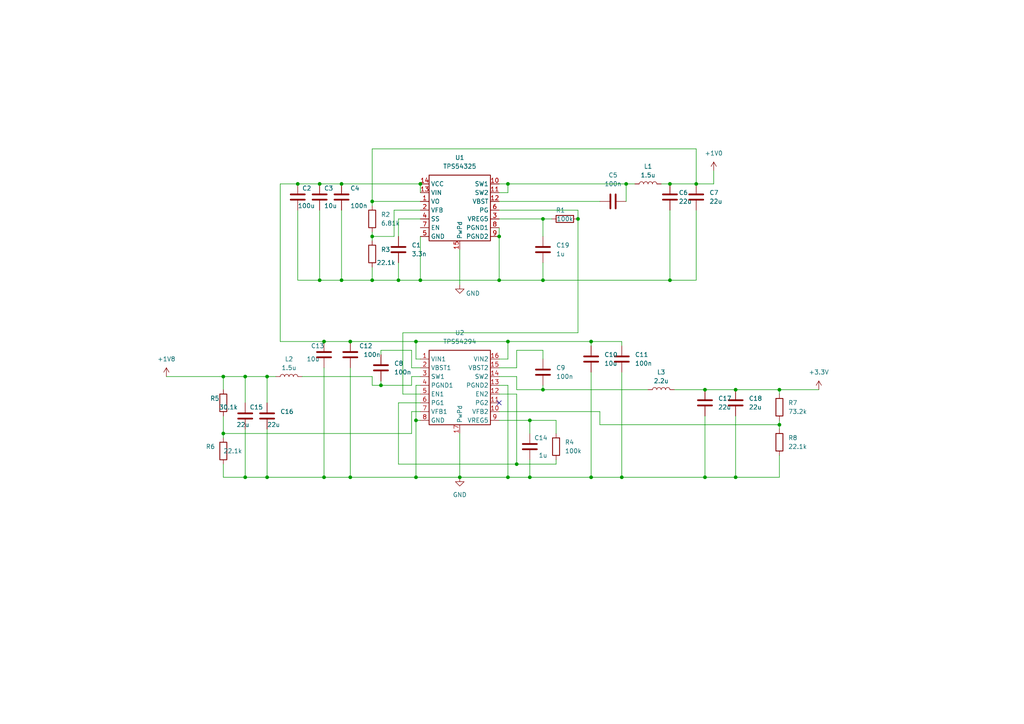
<source format=kicad_sch>
(kicad_sch (version 20230121) (generator eeschema)

  (uuid c7b680c9-b18c-4ae3-b2d2-0be5ecce22c8)

  (paper "A4")

  (lib_symbols
    (symbol "Components_Library:TPS54294" (in_bom yes) (on_board yes)
      (property "Reference" "U2" (at -6.35 11.43 0)
        (effects (font (size 1.27 1.27)))
      )
      (property "Value" "TPS54294" (at 3.81 11.43 0)
        (effects (font (size 1.27 1.27)))
      )
      (property "Footprint" "" (at 0 0 0)
        (effects (font (size 1.27 1.27)) hide)
      )
      (property "Datasheet" "" (at 0 0 0)
        (effects (font (size 1.27 1.27)) hide)
      )
      (symbol "TPS54294_1_1"
        (rectangle (start -8.89 10.16) (end 8.89 -11.43)
          (stroke (width 0.254) (type default))
          (fill (type none))
        )
        (pin input line (at -11.43 7.62 0) (length 2.54)
          (name "VIN1" (effects (font (size 1.27 1.27))))
          (number "1" (effects (font (size 1.27 1.27))))
        )
        (pin input line (at 11.43 -7.62 180) (length 2.54)
          (name "VFB2" (effects (font (size 1.27 1.27))))
          (number "10" (effects (font (size 1.27 1.27))))
        )
        (pin input line (at 11.43 -5.08 180) (length 2.54)
          (name "PG2" (effects (font (size 1.27 1.27))))
          (number "11" (effects (font (size 1.27 1.27))))
        )
        (pin input line (at 11.43 -2.54 180) (length 2.54)
          (name "EN2" (effects (font (size 1.27 1.27))))
          (number "12" (effects (font (size 1.27 1.27))))
        )
        (pin input line (at 11.43 0 180) (length 2.54)
          (name "PGND2" (effects (font (size 1.27 1.27))))
          (number "13" (effects (font (size 1.27 1.27))))
        )
        (pin input line (at 11.43 2.54 180) (length 2.54)
          (name "SW2" (effects (font (size 1.27 1.27))))
          (number "14" (effects (font (size 1.27 1.27))))
        )
        (pin input line (at 11.43 5.08 180) (length 2.54)
          (name "VBST2" (effects (font (size 1.27 1.27))))
          (number "15" (effects (font (size 1.27 1.27))))
        )
        (pin input line (at 11.43 7.62 180) (length 2.54)
          (name "VIN2" (effects (font (size 1.27 1.27))))
          (number "16" (effects (font (size 1.27 1.27))))
        )
        (pin input line (at 0 -13.97 90) (length 2.54)
          (name "PwPd" (effects (font (size 1.27 1.27))))
          (number "17" (effects (font (size 1.27 1.27))))
        )
        (pin input line (at -11.43 5.08 0) (length 2.54)
          (name "VBST1" (effects (font (size 1.27 1.27))))
          (number "2" (effects (font (size 1.27 1.27))))
        )
        (pin input line (at -11.43 2.54 0) (length 2.54)
          (name "SW1" (effects (font (size 1.27 1.27))))
          (number "3" (effects (font (size 1.27 1.27))))
        )
        (pin input line (at -11.43 0 0) (length 2.54)
          (name "PGND1" (effects (font (size 1.27 1.27))))
          (number "4" (effects (font (size 1.27 1.27))))
        )
        (pin input line (at -11.43 -2.54 0) (length 2.54)
          (name "EN1" (effects (font (size 1.27 1.27))))
          (number "5" (effects (font (size 1.27 1.27))))
        )
        (pin input line (at -11.43 -5.08 0) (length 2.54)
          (name "PG1" (effects (font (size 1.27 1.27))))
          (number "6" (effects (font (size 1.27 1.27))))
        )
        (pin input line (at -11.43 -7.62 0) (length 2.54)
          (name "VFB1" (effects (font (size 1.27 1.27))))
          (number "7" (effects (font (size 1.27 1.27))))
        )
        (pin input line (at -11.43 -10.16 0) (length 2.54)
          (name "GND" (effects (font (size 1.27 1.27))))
          (number "8" (effects (font (size 1.27 1.27))))
        )
        (pin input line (at 11.43 -10.16 180) (length 2.54)
          (name "VREG5" (effects (font (size 1.27 1.27))))
          (number "9" (effects (font (size 1.27 1.27))))
        )
      )
    )
    (symbol "Components_Library:TPS54325" (in_bom yes) (on_board yes)
      (property "Reference" "U1" (at -6.35 10.16 0)
        (effects (font (size 1.27 1.27)))
      )
      (property "Value" "TPS54325" (at 3.81 10.16 0)
        (effects (font (size 1.27 1.27)))
      )
      (property "Footprint" "" (at 0 0 0)
        (effects (font (size 1.27 1.27)) hide)
      )
      (property "Datasheet" "" (at 0 0 0)
        (effects (font (size 1.27 1.27)) hide)
      )
      (symbol "TPS54325_1_1"
        (rectangle (start -8.89 8.89) (end 8.89 -10.16)
          (stroke (width 0.254) (type default))
          (fill (type none))
        )
        (pin input line (at -11.43 1.27 0) (length 2.54)
          (name "VO" (effects (font (size 1.27 1.27))))
          (number "1" (effects (font (size 1.27 1.27))))
        )
        (pin input line (at 11.43 6.35 180) (length 2.54)
          (name "SW1" (effects (font (size 1.27 1.27))))
          (number "10" (effects (font (size 1.27 1.27))))
        )
        (pin input line (at 11.43 3.81 180) (length 2.54)
          (name "SW2" (effects (font (size 1.27 1.27))))
          (number "11" (effects (font (size 1.27 1.27))))
        )
        (pin input line (at 11.43 1.27 180) (length 2.54)
          (name "VBST" (effects (font (size 1.27 1.27))))
          (number "12" (effects (font (size 1.27 1.27))))
        )
        (pin input line (at -11.43 3.81 0) (length 2.54)
          (name "VIN" (effects (font (size 1.27 1.27))))
          (number "13" (effects (font (size 1.27 1.27))))
        )
        (pin input line (at -11.43 6.35 0) (length 2.54)
          (name "VCC" (effects (font (size 1.27 1.27))))
          (number "14" (effects (font (size 1.27 1.27))))
        )
        (pin input line (at 0 -12.7 90) (length 2.54)
          (name "PwPd" (effects (font (size 1.27 1.27))))
          (number "15" (effects (font (size 1.27 1.27))))
        )
        (pin input line (at -11.43 -1.27 0) (length 2.54)
          (name "VFB" (effects (font (size 1.27 1.27))))
          (number "2" (effects (font (size 1.27 1.27))))
        )
        (pin input line (at 11.43 -3.81 180) (length 2.54)
          (name "VREG5" (effects (font (size 1.27 1.27))))
          (number "3" (effects (font (size 1.27 1.27))))
        )
        (pin input line (at -11.43 -3.81 0) (length 2.54)
          (name "SS" (effects (font (size 1.27 1.27))))
          (number "4" (effects (font (size 1.27 1.27))))
        )
        (pin input line (at -11.43 -8.89 0) (length 2.54)
          (name "GND" (effects (font (size 1.27 1.27))))
          (number "5" (effects (font (size 1.27 1.27))))
        )
        (pin input line (at 11.43 -1.27 180) (length 2.54)
          (name "PG" (effects (font (size 1.27 1.27))))
          (number "6" (effects (font (size 1.27 1.27))))
        )
        (pin input line (at -11.43 -6.35 0) (length 2.54)
          (name "EN" (effects (font (size 1.27 1.27))))
          (number "7" (effects (font (size 1.27 1.27))))
        )
        (pin input line (at 11.43 -6.35 180) (length 2.54)
          (name "PGND1" (effects (font (size 1.27 1.27))))
          (number "8" (effects (font (size 1.27 1.27))))
        )
        (pin input line (at 11.43 -8.89 180) (length 2.54)
          (name "PGND2" (effects (font (size 1.27 1.27))))
          (number "9" (effects (font (size 1.27 1.27))))
        )
      )
    )
    (symbol "Device:C" (pin_numbers hide) (pin_names (offset 0.254)) (in_bom yes) (on_board yes)
      (property "Reference" "C" (at 0.635 2.54 0)
        (effects (font (size 1.27 1.27)) (justify left))
      )
      (property "Value" "C" (at 0.635 -2.54 0)
        (effects (font (size 1.27 1.27)) (justify left))
      )
      (property "Footprint" "" (at 0.9652 -3.81 0)
        (effects (font (size 1.27 1.27)) hide)
      )
      (property "Datasheet" "~" (at 0 0 0)
        (effects (font (size 1.27 1.27)) hide)
      )
      (property "ki_keywords" "cap capacitor" (at 0 0 0)
        (effects (font (size 1.27 1.27)) hide)
      )
      (property "ki_description" "Unpolarized capacitor" (at 0 0 0)
        (effects (font (size 1.27 1.27)) hide)
      )
      (property "ki_fp_filters" "C_*" (at 0 0 0)
        (effects (font (size 1.27 1.27)) hide)
      )
      (symbol "C_0_1"
        (polyline
          (pts
            (xy -2.032 -0.762)
            (xy 2.032 -0.762)
          )
          (stroke (width 0.508) (type default))
          (fill (type none))
        )
        (polyline
          (pts
            (xy -2.032 0.762)
            (xy 2.032 0.762)
          )
          (stroke (width 0.508) (type default))
          (fill (type none))
        )
      )
      (symbol "C_1_1"
        (pin passive line (at 0 3.81 270) (length 2.794)
          (name "~" (effects (font (size 1.27 1.27))))
          (number "1" (effects (font (size 1.27 1.27))))
        )
        (pin passive line (at 0 -3.81 90) (length 2.794)
          (name "~" (effects (font (size 1.27 1.27))))
          (number "2" (effects (font (size 1.27 1.27))))
        )
      )
    )
    (symbol "Device:L" (pin_numbers hide) (pin_names (offset 1.016) hide) (in_bom yes) (on_board yes)
      (property "Reference" "L" (at -1.27 0 90)
        (effects (font (size 1.27 1.27)))
      )
      (property "Value" "L" (at 1.905 0 90)
        (effects (font (size 1.27 1.27)))
      )
      (property "Footprint" "" (at 0 0 0)
        (effects (font (size 1.27 1.27)) hide)
      )
      (property "Datasheet" "~" (at 0 0 0)
        (effects (font (size 1.27 1.27)) hide)
      )
      (property "ki_keywords" "inductor choke coil reactor magnetic" (at 0 0 0)
        (effects (font (size 1.27 1.27)) hide)
      )
      (property "ki_description" "Inductor" (at 0 0 0)
        (effects (font (size 1.27 1.27)) hide)
      )
      (property "ki_fp_filters" "Choke_* *Coil* Inductor_* L_*" (at 0 0 0)
        (effects (font (size 1.27 1.27)) hide)
      )
      (symbol "L_0_1"
        (arc (start 0 -2.54) (mid 0.6323 -1.905) (end 0 -1.27)
          (stroke (width 0) (type default))
          (fill (type none))
        )
        (arc (start 0 -1.27) (mid 0.6323 -0.635) (end 0 0)
          (stroke (width 0) (type default))
          (fill (type none))
        )
        (arc (start 0 0) (mid 0.6323 0.635) (end 0 1.27)
          (stroke (width 0) (type default))
          (fill (type none))
        )
        (arc (start 0 1.27) (mid 0.6323 1.905) (end 0 2.54)
          (stroke (width 0) (type default))
          (fill (type none))
        )
      )
      (symbol "L_1_1"
        (pin passive line (at 0 3.81 270) (length 1.27)
          (name "1" (effects (font (size 1.27 1.27))))
          (number "1" (effects (font (size 1.27 1.27))))
        )
        (pin passive line (at 0 -3.81 90) (length 1.27)
          (name "2" (effects (font (size 1.27 1.27))))
          (number "2" (effects (font (size 1.27 1.27))))
        )
      )
    )
    (symbol "Device:R" (pin_numbers hide) (pin_names (offset 0)) (in_bom yes) (on_board yes)
      (property "Reference" "R" (at 2.032 0 90)
        (effects (font (size 1.27 1.27)))
      )
      (property "Value" "R" (at 0 0 90)
        (effects (font (size 1.27 1.27)))
      )
      (property "Footprint" "" (at -1.778 0 90)
        (effects (font (size 1.27 1.27)) hide)
      )
      (property "Datasheet" "~" (at 0 0 0)
        (effects (font (size 1.27 1.27)) hide)
      )
      (property "ki_keywords" "R res resistor" (at 0 0 0)
        (effects (font (size 1.27 1.27)) hide)
      )
      (property "ki_description" "Resistor" (at 0 0 0)
        (effects (font (size 1.27 1.27)) hide)
      )
      (property "ki_fp_filters" "R_*" (at 0 0 0)
        (effects (font (size 1.27 1.27)) hide)
      )
      (symbol "R_0_1"
        (rectangle (start -1.016 -2.54) (end 1.016 2.54)
          (stroke (width 0.254) (type default))
          (fill (type none))
        )
      )
      (symbol "R_1_1"
        (pin passive line (at 0 3.81 270) (length 1.27)
          (name "~" (effects (font (size 1.27 1.27))))
          (number "1" (effects (font (size 1.27 1.27))))
        )
        (pin passive line (at 0 -3.81 90) (length 1.27)
          (name "~" (effects (font (size 1.27 1.27))))
          (number "2" (effects (font (size 1.27 1.27))))
        )
      )
    )
    (symbol "power:+1V0" (power) (pin_names (offset 0)) (in_bom yes) (on_board yes)
      (property "Reference" "#PWR" (at 0 -3.81 0)
        (effects (font (size 1.27 1.27)) hide)
      )
      (property "Value" "+1V0" (at 0 3.556 0)
        (effects (font (size 1.27 1.27)))
      )
      (property "Footprint" "" (at 0 0 0)
        (effects (font (size 1.27 1.27)) hide)
      )
      (property "Datasheet" "" (at 0 0 0)
        (effects (font (size 1.27 1.27)) hide)
      )
      (property "ki_keywords" "global power" (at 0 0 0)
        (effects (font (size 1.27 1.27)) hide)
      )
      (property "ki_description" "Power symbol creates a global label with name \"+1V0\"" (at 0 0 0)
        (effects (font (size 1.27 1.27)) hide)
      )
      (symbol "+1V0_0_1"
        (polyline
          (pts
            (xy -0.762 1.27)
            (xy 0 2.54)
          )
          (stroke (width 0) (type default))
          (fill (type none))
        )
        (polyline
          (pts
            (xy 0 0)
            (xy 0 2.54)
          )
          (stroke (width 0) (type default))
          (fill (type none))
        )
        (polyline
          (pts
            (xy 0 2.54)
            (xy 0.762 1.27)
          )
          (stroke (width 0) (type default))
          (fill (type none))
        )
      )
      (symbol "+1V0_1_1"
        (pin power_in line (at 0 0 90) (length 0) hide
          (name "+1V0" (effects (font (size 1.27 1.27))))
          (number "1" (effects (font (size 1.27 1.27))))
        )
      )
    )
    (symbol "power:+1V8" (power) (pin_names (offset 0)) (in_bom yes) (on_board yes)
      (property "Reference" "#PWR" (at 0 -3.81 0)
        (effects (font (size 1.27 1.27)) hide)
      )
      (property "Value" "+1V8" (at 0 3.556 0)
        (effects (font (size 1.27 1.27)))
      )
      (property "Footprint" "" (at 0 0 0)
        (effects (font (size 1.27 1.27)) hide)
      )
      (property "Datasheet" "" (at 0 0 0)
        (effects (font (size 1.27 1.27)) hide)
      )
      (property "ki_keywords" "global power" (at 0 0 0)
        (effects (font (size 1.27 1.27)) hide)
      )
      (property "ki_description" "Power symbol creates a global label with name \"+1V8\"" (at 0 0 0)
        (effects (font (size 1.27 1.27)) hide)
      )
      (symbol "+1V8_0_1"
        (polyline
          (pts
            (xy -0.762 1.27)
            (xy 0 2.54)
          )
          (stroke (width 0) (type default))
          (fill (type none))
        )
        (polyline
          (pts
            (xy 0 0)
            (xy 0 2.54)
          )
          (stroke (width 0) (type default))
          (fill (type none))
        )
        (polyline
          (pts
            (xy 0 2.54)
            (xy 0.762 1.27)
          )
          (stroke (width 0) (type default))
          (fill (type none))
        )
      )
      (symbol "+1V8_1_1"
        (pin power_in line (at 0 0 90) (length 0) hide
          (name "+1V8" (effects (font (size 1.27 1.27))))
          (number "1" (effects (font (size 1.27 1.27))))
        )
      )
    )
    (symbol "power:+3.3V" (power) (pin_names (offset 0)) (in_bom yes) (on_board yes)
      (property "Reference" "#PWR" (at 0 -3.81 0)
        (effects (font (size 1.27 1.27)) hide)
      )
      (property "Value" "+3.3V" (at 0 3.556 0)
        (effects (font (size 1.27 1.27)))
      )
      (property "Footprint" "" (at 0 0 0)
        (effects (font (size 1.27 1.27)) hide)
      )
      (property "Datasheet" "" (at 0 0 0)
        (effects (font (size 1.27 1.27)) hide)
      )
      (property "ki_keywords" "global power" (at 0 0 0)
        (effects (font (size 1.27 1.27)) hide)
      )
      (property "ki_description" "Power symbol creates a global label with name \"+3.3V\"" (at 0 0 0)
        (effects (font (size 1.27 1.27)) hide)
      )
      (symbol "+3.3V_0_1"
        (polyline
          (pts
            (xy -0.762 1.27)
            (xy 0 2.54)
          )
          (stroke (width 0) (type default))
          (fill (type none))
        )
        (polyline
          (pts
            (xy 0 0)
            (xy 0 2.54)
          )
          (stroke (width 0) (type default))
          (fill (type none))
        )
        (polyline
          (pts
            (xy 0 2.54)
            (xy 0.762 1.27)
          )
          (stroke (width 0) (type default))
          (fill (type none))
        )
      )
      (symbol "+3.3V_1_1"
        (pin power_in line (at 0 0 90) (length 0) hide
          (name "+3.3V" (effects (font (size 1.27 1.27))))
          (number "1" (effects (font (size 1.27 1.27))))
        )
      )
    )
    (symbol "power:GND" (power) (pin_names (offset 0)) (in_bom yes) (on_board yes)
      (property "Reference" "#PWR" (at 0 -6.35 0)
        (effects (font (size 1.27 1.27)) hide)
      )
      (property "Value" "GND" (at 0 -3.81 0)
        (effects (font (size 1.27 1.27)))
      )
      (property "Footprint" "" (at 0 0 0)
        (effects (font (size 1.27 1.27)) hide)
      )
      (property "Datasheet" "" (at 0 0 0)
        (effects (font (size 1.27 1.27)) hide)
      )
      (property "ki_keywords" "global power" (at 0 0 0)
        (effects (font (size 1.27 1.27)) hide)
      )
      (property "ki_description" "Power symbol creates a global label with name \"GND\" , ground" (at 0 0 0)
        (effects (font (size 1.27 1.27)) hide)
      )
      (symbol "GND_0_1"
        (polyline
          (pts
            (xy 0 0)
            (xy 0 -1.27)
            (xy 1.27 -1.27)
            (xy 0 -2.54)
            (xy -1.27 -1.27)
            (xy 0 -1.27)
          )
          (stroke (width 0) (type default))
          (fill (type none))
        )
      )
      (symbol "GND_1_1"
        (pin power_in line (at 0 0 270) (length 0) hide
          (name "GND" (effects (font (size 1.27 1.27))))
          (number "1" (effects (font (size 1.27 1.27))))
        )
      )
    )
  )

  (junction (at 180.34 138.43) (diameter 0) (color 0 0 0 0)
    (uuid 00d8ae49-0423-485e-bf1b-b37ac14fffbc)
  )
  (junction (at 226.06 113.03) (diameter 0) (color 0 0 0 0)
    (uuid 037ff718-4f4c-4edc-bd55-b977dc9eb465)
  )
  (junction (at 157.48 113.03) (diameter 0) (color 0 0 0 0)
    (uuid 0f777836-f385-497f-ad62-5cdec632d9fc)
  )
  (junction (at 181.61 53.34) (diameter 0) (color 0 0 0 0)
    (uuid 13bb4237-f0d5-424f-80dd-a4fc97c22221)
  )
  (junction (at 101.6 138.43) (diameter 0) (color 0 0 0 0)
    (uuid 17b67afd-88b0-4006-9e3d-c8dcf2ad01a5)
  )
  (junction (at 110.49 111.76) (diameter 0) (color 0 0 0 0)
    (uuid 1ce9302d-c33e-414a-b5fe-97dbe2c52857)
  )
  (junction (at 92.71 81.28) (diameter 0) (color 0 0 0 0)
    (uuid 1d350f2a-d194-4ac8-9c2d-e34b42209b58)
  )
  (junction (at 64.77 109.22) (diameter 0) (color 0 0 0 0)
    (uuid 21f714b6-fbc8-44ba-8499-0c6c27159dfc)
  )
  (junction (at 86.36 53.34) (diameter 0) (color 0 0 0 0)
    (uuid 22c88252-a08f-4dd3-9e6f-eb90321bdd9e)
  )
  (junction (at 120.65 138.43) (diameter 0) (color 0 0 0 0)
    (uuid 24b37376-2fc1-4edd-8ccb-141d56497b27)
  )
  (junction (at 147.32 99.06) (diameter 0) (color 0 0 0 0)
    (uuid 36f0a024-ead7-4266-a086-fcdc21c7abad)
  )
  (junction (at 99.06 53.34) (diameter 0) (color 0 0 0 0)
    (uuid 39e880fc-459b-4dbf-824a-e164eac43098)
  )
  (junction (at 93.98 99.06) (diameter 0) (color 0 0 0 0)
    (uuid 3a1c6b09-eb67-4ecd-b147-07a606567afe)
  )
  (junction (at 121.92 53.34) (diameter 0) (color 0 0 0 0)
    (uuid 4a88a596-6166-4e7b-9f95-692e1c60380c)
  )
  (junction (at 147.32 138.43) (diameter 0) (color 0 0 0 0)
    (uuid 4ab2dc2b-3ceb-4ef6-9764-36e0f85ad79b)
  )
  (junction (at 157.48 63.5) (diameter 0) (color 0 0 0 0)
    (uuid 4ca04056-3aa2-4b86-8b3d-07b79806168f)
  )
  (junction (at 107.95 81.28) (diameter 0) (color 0 0 0 0)
    (uuid 50ea2f7e-db93-4d19-8b9e-1f9fd5472859)
  )
  (junction (at 144.78 68.58) (diameter 0) (color 0 0 0 0)
    (uuid 5b999ce5-6bdf-45ae-8a94-7421f85e0499)
  )
  (junction (at 213.36 113.03) (diameter 0) (color 0 0 0 0)
    (uuid 60e03157-56bc-4f07-b6d1-6f373c047b2b)
  )
  (junction (at 171.45 99.06) (diameter 0) (color 0 0 0 0)
    (uuid 6285f0a7-db90-40cb-b402-767e1453d8fb)
  )
  (junction (at 144.78 81.28) (diameter 0) (color 0 0 0 0)
    (uuid 69c3ff65-8163-471a-9af7-45aea69ee7fa)
  )
  (junction (at 204.47 113.03) (diameter 0) (color 0 0 0 0)
    (uuid 6ba58888-a42f-43c6-b782-0eb2bdd4ce2d)
  )
  (junction (at 120.65 99.06) (diameter 0) (color 0 0 0 0)
    (uuid 6c924a9d-0cf9-4a14-8e65-2964e3e11580)
  )
  (junction (at 201.93 53.34) (diameter 0) (color 0 0 0 0)
    (uuid 729e85d2-4c11-4892-91d6-b00d193f041c)
  )
  (junction (at 120.65 121.92) (diameter 0) (color 0 0 0 0)
    (uuid 7550c43c-9e89-41aa-8b73-6bab2c2028ac)
  )
  (junction (at 213.36 138.43) (diameter 0) (color 0 0 0 0)
    (uuid 777d195a-b1f8-4c61-8881-ac26dcb8b93a)
  )
  (junction (at 167.64 63.5) (diameter 0) (color 0 0 0 0)
    (uuid 818f3e45-2aac-4f46-bc96-7526b51a664f)
  )
  (junction (at 64.77 125.73) (diameter 0) (color 0 0 0 0)
    (uuid 83fecccf-bbfd-40a4-af49-f22b34a072c1)
  )
  (junction (at 194.31 53.34) (diameter 0) (color 0 0 0 0)
    (uuid 89fa5527-e784-415d-8b1a-215893bd88e7)
  )
  (junction (at 77.47 138.43) (diameter 0) (color 0 0 0 0)
    (uuid 8e667437-1f00-4f47-816e-ee22dc88de46)
  )
  (junction (at 71.12 138.43) (diameter 0) (color 0 0 0 0)
    (uuid 8ec859ff-b225-45cb-b95b-2a5f57e16b40)
  )
  (junction (at 121.92 81.28) (diameter 0) (color 0 0 0 0)
    (uuid 91a08ece-223c-4ee9-b9d0-09874a4973c0)
  )
  (junction (at 226.06 123.19) (diameter 0) (color 0 0 0 0)
    (uuid 9c50fa58-b7d8-48ab-9c62-141e528a7b56)
  )
  (junction (at 99.06 81.28) (diameter 0) (color 0 0 0 0)
    (uuid a37eb9f7-ba98-4646-9845-f0baf004105d)
  )
  (junction (at 153.67 121.92) (diameter 0) (color 0 0 0 0)
    (uuid a3962c94-2b3e-431f-a7de-a7f72cd6e8eb)
  )
  (junction (at 101.6 99.06) (diameter 0) (color 0 0 0 0)
    (uuid a4abd2c7-88d8-4364-86fe-a0edb085de26)
  )
  (junction (at 107.95 68.58) (diameter 0) (color 0 0 0 0)
    (uuid a7134ac3-1680-4e2b-93b2-c7f679a8d2ba)
  )
  (junction (at 153.67 138.43) (diameter 0) (color 0 0 0 0)
    (uuid a992d7e3-f110-4705-84db-81c4c2fcbbda)
  )
  (junction (at 71.12 109.22) (diameter 0) (color 0 0 0 0)
    (uuid ae1453de-293b-4d50-b927-72b82e7e7901)
  )
  (junction (at 107.95 58.42) (diameter 0) (color 0 0 0 0)
    (uuid b8ef9d8d-f5b3-48b5-892a-95c8d3f6533d)
  )
  (junction (at 93.98 138.43) (diameter 0) (color 0 0 0 0)
    (uuid be88f932-68a2-4f13-a03b-91d5bd34e335)
  )
  (junction (at 147.32 53.34) (diameter 0) (color 0 0 0 0)
    (uuid c2e7ef5c-60c6-42bd-8e86-69bc8e3133d6)
  )
  (junction (at 133.35 138.43) (diameter 0) (color 0 0 0 0)
    (uuid c40dc876-922c-4593-853a-ad9a6a8ca163)
  )
  (junction (at 204.47 138.43) (diameter 0) (color 0 0 0 0)
    (uuid c5ab699e-bf7f-4ba3-bfd1-d9eb9e0ab191)
  )
  (junction (at 115.57 81.28) (diameter 0) (color 0 0 0 0)
    (uuid cc879665-e4a1-4ae4-94c5-48ae0538d83b)
  )
  (junction (at 149.86 134.62) (diameter 0) (color 0 0 0 0)
    (uuid cc903899-4975-4649-ba35-9e6afe69b3d9)
  )
  (junction (at 77.47 109.22) (diameter 0) (color 0 0 0 0)
    (uuid d090b177-5ea4-4a84-b577-22dd31636b3d)
  )
  (junction (at 171.45 138.43) (diameter 0) (color 0 0 0 0)
    (uuid d7a54635-bbe2-4b79-855a-8ddd0221f1da)
  )
  (junction (at 92.71 53.34) (diameter 0) (color 0 0 0 0)
    (uuid db7a250b-537f-4338-bdab-f879037b9030)
  )
  (junction (at 194.31 81.28) (diameter 0) (color 0 0 0 0)
    (uuid ebfc4194-0f1b-4d57-912e-e590522ad50a)
  )
  (junction (at 157.48 81.28) (diameter 0) (color 0 0 0 0)
    (uuid f70125b0-8ec7-441c-91e4-63cbf9a6fef7)
  )

  (no_connect (at 144.78 116.84) (uuid 973bd9ec-7fb3-4905-8936-d783f49c2f8b))

  (wire (pts (xy 153.67 121.92) (xy 153.67 125.73))
    (stroke (width 0) (type default))
    (uuid 0030d7ad-c645-4ac3-82b8-433135dd646f)
  )
  (wire (pts (xy 157.48 113.03) (xy 187.96 113.03))
    (stroke (width 0) (type default))
    (uuid 01922a3d-8b4c-4d23-b787-acd8a4e40d73)
  )
  (wire (pts (xy 144.78 106.68) (xy 149.86 106.68))
    (stroke (width 0) (type default))
    (uuid 02988938-8ee3-4f49-accf-9d885e975d5e)
  )
  (wire (pts (xy 194.31 81.28) (xy 201.93 81.28))
    (stroke (width 0) (type default))
    (uuid 04365a45-f5ca-47e4-978c-909d41a0eb0f)
  )
  (wire (pts (xy 173.99 119.38) (xy 144.78 119.38))
    (stroke (width 0) (type default))
    (uuid 04dfa760-0758-4ee6-84dd-36e87c6b4e37)
  )
  (wire (pts (xy 153.67 138.43) (xy 153.67 133.35))
    (stroke (width 0) (type default))
    (uuid 06dfe61d-308e-4820-a684-f91b3655fc7c)
  )
  (wire (pts (xy 147.32 138.43) (xy 153.67 138.43))
    (stroke (width 0) (type default))
    (uuid 08bd2631-aae7-4bb8-b8f9-705d9b91e447)
  )
  (wire (pts (xy 149.86 134.62) (xy 149.86 114.3))
    (stroke (width 0) (type default))
    (uuid 0d20e731-456e-454c-a629-6d663e41a9f8)
  )
  (wire (pts (xy 48.26 109.22) (xy 64.77 109.22))
    (stroke (width 0) (type default))
    (uuid 0db4cb03-d690-488c-8ba5-0b4e07ee6b64)
  )
  (wire (pts (xy 71.12 109.22) (xy 77.47 109.22))
    (stroke (width 0) (type default))
    (uuid 0f5f061e-1981-4e9f-b3ac-46c4bfb3a7e5)
  )
  (wire (pts (xy 121.92 53.34) (xy 121.92 55.88))
    (stroke (width 0) (type default))
    (uuid 0f84061e-dd20-4172-94d4-4e1058a79055)
  )
  (wire (pts (xy 120.65 138.43) (xy 101.6 138.43))
    (stroke (width 0) (type default))
    (uuid 10cd5cee-802b-4a87-b199-47eacf9d374a)
  )
  (wire (pts (xy 204.47 113.03) (xy 213.36 113.03))
    (stroke (width 0) (type default))
    (uuid 119b4829-253e-405e-b528-5209825a5b79)
  )
  (wire (pts (xy 149.86 113.03) (xy 149.86 109.22))
    (stroke (width 0) (type default))
    (uuid 14304dac-b1cf-4e06-8810-b0a37ce0190e)
  )
  (wire (pts (xy 64.77 120.65) (xy 64.77 125.73))
    (stroke (width 0) (type default))
    (uuid 14a795c4-bf18-4e51-87b6-b5f0c11f882f)
  )
  (wire (pts (xy 107.95 58.42) (xy 107.95 59.69))
    (stroke (width 0) (type default))
    (uuid 1598e248-97d0-48ae-9815-62bbf6597874)
  )
  (wire (pts (xy 144.78 63.5) (xy 157.48 63.5))
    (stroke (width 0) (type default))
    (uuid 17953f81-30f2-4800-8391-4a01c8c14afa)
  )
  (wire (pts (xy 110.49 111.76) (xy 119.38 111.76))
    (stroke (width 0) (type default))
    (uuid 18a7ca30-6883-425f-873b-d6538f547333)
  )
  (wire (pts (xy 149.86 101.6) (xy 157.48 101.6))
    (stroke (width 0) (type default))
    (uuid 1a0a61d2-0349-403b-a950-a80c854eedb0)
  )
  (wire (pts (xy 114.3 68.58) (xy 114.3 60.96))
    (stroke (width 0) (type default))
    (uuid 1d5d0a17-7770-43b5-b6e2-4f4eee14246b)
  )
  (wire (pts (xy 64.77 134.62) (xy 64.77 138.43))
    (stroke (width 0) (type default))
    (uuid 1e924ed0-3b7b-48e3-92ee-55c8578d668f)
  )
  (wire (pts (xy 157.48 101.6) (xy 157.48 104.14))
    (stroke (width 0) (type default))
    (uuid 1fa3682a-5000-47d7-bdbb-11b99d3b9499)
  )
  (wire (pts (xy 133.35 125.73) (xy 133.35 138.43))
    (stroke (width 0) (type default))
    (uuid 201e5cad-06bf-45a3-8b70-ae48a13f94d6)
  )
  (wire (pts (xy 114.3 60.96) (xy 121.92 60.96))
    (stroke (width 0) (type default))
    (uuid 2080435f-c0ea-4560-8ff8-82a4209bafcf)
  )
  (wire (pts (xy 120.65 111.76) (xy 120.65 121.92))
    (stroke (width 0) (type default))
    (uuid 21dec4c4-3c87-4017-8b68-4c46bea81564)
  )
  (wire (pts (xy 180.34 138.43) (xy 180.34 107.95))
    (stroke (width 0) (type default))
    (uuid 2331728d-e046-4128-925a-389710b6460b)
  )
  (wire (pts (xy 157.48 81.28) (xy 194.31 81.28))
    (stroke (width 0) (type default))
    (uuid 23559633-f828-4e8a-8293-f305b9e099a9)
  )
  (wire (pts (xy 226.06 114.3) (xy 226.06 113.03))
    (stroke (width 0) (type default))
    (uuid 24718d89-d4dd-45c9-bb87-29f9e188284d)
  )
  (wire (pts (xy 119.38 119.38) (xy 121.92 119.38))
    (stroke (width 0) (type default))
    (uuid 24d94e4f-e39b-4b83-bc32-7422b28e33d0)
  )
  (wire (pts (xy 194.31 53.34) (xy 201.93 53.34))
    (stroke (width 0) (type default))
    (uuid 2b9ee8fd-adf3-4337-814e-0914ce6deb28)
  )
  (wire (pts (xy 181.61 53.34) (xy 184.15 53.34))
    (stroke (width 0) (type default))
    (uuid 2d12a208-5321-4ffb-b6de-979dd844734d)
  )
  (wire (pts (xy 171.45 99.06) (xy 180.34 99.06))
    (stroke (width 0) (type default))
    (uuid 2de827ab-35ce-4c8f-bc11-370adafc3a02)
  )
  (wire (pts (xy 71.12 116.84) (xy 71.12 109.22))
    (stroke (width 0) (type default))
    (uuid 2eaf11c1-8909-41d8-88bb-f32ee4120792)
  )
  (wire (pts (xy 120.65 121.92) (xy 120.65 138.43))
    (stroke (width 0) (type default))
    (uuid 30840d04-077b-4752-a10a-1471d8f8af88)
  )
  (wire (pts (xy 115.57 116.84) (xy 115.57 134.62))
    (stroke (width 0) (type default))
    (uuid 33a0086c-4e2c-495d-a609-3d6cbf45a024)
  )
  (wire (pts (xy 213.36 113.03) (xy 226.06 113.03))
    (stroke (width 0) (type default))
    (uuid 35518aed-d886-42e7-9650-06ae2006afa1)
  )
  (wire (pts (xy 149.86 106.68) (xy 149.86 101.6))
    (stroke (width 0) (type default))
    (uuid 3e61dcae-6bed-4599-9b97-6c13e8d9325d)
  )
  (wire (pts (xy 64.77 125.73) (xy 64.77 127))
    (stroke (width 0) (type default))
    (uuid 3ea8f719-e559-468f-9f38-94594662bf63)
  )
  (wire (pts (xy 144.78 53.34) (xy 147.32 53.34))
    (stroke (width 0) (type default))
    (uuid 403ea6b2-24ee-4634-811d-34cb9e54f812)
  )
  (wire (pts (xy 64.77 109.22) (xy 64.77 113.03))
    (stroke (width 0) (type default))
    (uuid 408be9ab-763c-4ee3-a9da-0fa59a7a65e8)
  )
  (wire (pts (xy 157.48 63.5) (xy 160.02 63.5))
    (stroke (width 0) (type default))
    (uuid 42de246f-8028-4c75-a4c5-c3b25315032f)
  )
  (wire (pts (xy 144.78 114.3) (xy 149.86 114.3))
    (stroke (width 0) (type default))
    (uuid 45083a4b-ecfd-441d-ad08-ab68d1f63ac6)
  )
  (wire (pts (xy 119.38 125.73) (xy 119.38 119.38))
    (stroke (width 0) (type default))
    (uuid 4565946a-6b4e-4288-8edd-3d360947eae7)
  )
  (wire (pts (xy 81.28 99.06) (xy 93.98 99.06))
    (stroke (width 0) (type default))
    (uuid 45833a82-01a9-462c-9856-d3ade7ec808a)
  )
  (wire (pts (xy 144.78 66.04) (xy 144.78 68.58))
    (stroke (width 0) (type default))
    (uuid 46876e10-92b3-4661-bf1b-58fef8956dd8)
  )
  (wire (pts (xy 107.95 68.58) (xy 107.95 69.85))
    (stroke (width 0) (type default))
    (uuid 4b94900e-3b5f-431d-87f8-21ce32ccf302)
  )
  (wire (pts (xy 180.34 99.06) (xy 180.34 100.33))
    (stroke (width 0) (type default))
    (uuid 4c4db92f-3d11-48ea-a6f4-b9f8d1fd1a38)
  )
  (wire (pts (xy 213.36 138.43) (xy 213.36 120.65))
    (stroke (width 0) (type default))
    (uuid 5080ea3c-4c79-4788-b068-9f39a60a64ec)
  )
  (wire (pts (xy 115.57 63.5) (xy 121.92 63.5))
    (stroke (width 0) (type default))
    (uuid 508b4a77-fb99-40a5-8847-bbba1eebd1c6)
  )
  (wire (pts (xy 107.95 111.76) (xy 110.49 111.76))
    (stroke (width 0) (type default))
    (uuid 537b6d64-1b22-4b23-80af-c5326b68fa20)
  )
  (wire (pts (xy 77.47 138.43) (xy 77.47 124.46))
    (stroke (width 0) (type default))
    (uuid 5771c035-8fa1-4551-848d-074f75a1e702)
  )
  (wire (pts (xy 201.93 53.34) (xy 207.01 53.34))
    (stroke (width 0) (type default))
    (uuid 59c92831-2f24-4d9a-8674-e16aef2dd6a6)
  )
  (wire (pts (xy 121.92 81.28) (xy 144.78 81.28))
    (stroke (width 0) (type default))
    (uuid 5abe6777-9a8e-4ece-999a-295973de3686)
  )
  (wire (pts (xy 149.86 113.03) (xy 157.48 113.03))
    (stroke (width 0) (type default))
    (uuid 5b1d46c0-c93f-4b5f-99fe-98a9729351b7)
  )
  (wire (pts (xy 147.32 111.76) (xy 147.32 138.43))
    (stroke (width 0) (type default))
    (uuid 5c69eca9-e0d5-42cc-8a22-a2f836add1fc)
  )
  (wire (pts (xy 167.64 96.52) (xy 116.84 96.52))
    (stroke (width 0) (type default))
    (uuid 5d270553-eaaf-40a7-a76d-6de0259d7d51)
  )
  (wire (pts (xy 115.57 68.58) (xy 115.57 63.5))
    (stroke (width 0) (type default))
    (uuid 64056aec-c6a3-44d8-9b52-68fedffdf3ac)
  )
  (wire (pts (xy 107.95 58.42) (xy 121.92 58.42))
    (stroke (width 0) (type default))
    (uuid 64ff0478-2425-4504-a380-1adb5c80aaee)
  )
  (wire (pts (xy 121.92 104.14) (xy 120.65 104.14))
    (stroke (width 0) (type default))
    (uuid 655e0b73-f964-4769-ab85-3d7cf203124d)
  )
  (wire (pts (xy 110.49 110.49) (xy 110.49 111.76))
    (stroke (width 0) (type default))
    (uuid 68210b66-ddce-4973-80ca-54926a48f50b)
  )
  (wire (pts (xy 119.38 106.68) (xy 119.38 101.6))
    (stroke (width 0) (type default))
    (uuid 6bcd2708-1ddf-4a43-9698-2ff0a1aea457)
  )
  (wire (pts (xy 161.29 134.62) (xy 149.86 134.62))
    (stroke (width 0) (type default))
    (uuid 6da560f4-e6c9-4ff2-ab65-a764433d87e9)
  )
  (wire (pts (xy 101.6 106.68) (xy 101.6 138.43))
    (stroke (width 0) (type default))
    (uuid 6db796e2-8190-49cf-9c71-11c65317bbfc)
  )
  (wire (pts (xy 121.92 106.68) (xy 119.38 106.68))
    (stroke (width 0) (type default))
    (uuid 6deebecc-92be-4b0c-9779-41ebb584eaa1)
  )
  (wire (pts (xy 153.67 121.92) (xy 161.29 121.92))
    (stroke (width 0) (type default))
    (uuid 6fe70526-6c29-476c-ba9c-dab888cfab06)
  )
  (wire (pts (xy 115.57 134.62) (xy 149.86 134.62))
    (stroke (width 0) (type default))
    (uuid 710ef341-a54e-4d40-8ec9-7cbccb3331bf)
  )
  (wire (pts (xy 116.84 114.3) (xy 121.92 114.3))
    (stroke (width 0) (type default))
    (uuid 71607700-5366-4926-a15e-cf3a726b23b5)
  )
  (wire (pts (xy 77.47 109.22) (xy 80.01 109.22))
    (stroke (width 0) (type default))
    (uuid 72430714-d29c-40fb-8e4f-ba6672b5bcf4)
  )
  (wire (pts (xy 213.36 138.43) (xy 226.06 138.43))
    (stroke (width 0) (type default))
    (uuid 74224c1e-a2ac-401a-a5a6-454c07c16630)
  )
  (wire (pts (xy 92.71 53.34) (xy 99.06 53.34))
    (stroke (width 0) (type default))
    (uuid 76edc474-3164-40f3-ba93-7b212db2888b)
  )
  (wire (pts (xy 147.32 53.34) (xy 147.32 55.88))
    (stroke (width 0) (type default))
    (uuid 7815fd7a-cf31-43b8-bebb-69b6dd5cb293)
  )
  (wire (pts (xy 161.29 133.35) (xy 161.29 134.62))
    (stroke (width 0) (type default))
    (uuid 78c9526b-62ad-46aa-b21c-49946149877c)
  )
  (wire (pts (xy 161.29 121.92) (xy 161.29 125.73))
    (stroke (width 0) (type default))
    (uuid 78f7c88d-711e-4b7a-b604-9b60ff5ce931)
  )
  (wire (pts (xy 180.34 138.43) (xy 204.47 138.43))
    (stroke (width 0) (type default))
    (uuid 7a188888-e07a-4abc-ba96-84b86df90e2f)
  )
  (wire (pts (xy 133.35 138.43) (xy 147.32 138.43))
    (stroke (width 0) (type default))
    (uuid 7c7da009-4f72-4001-871c-e809f2018dfe)
  )
  (wire (pts (xy 107.95 58.42) (xy 107.95 43.18))
    (stroke (width 0) (type default))
    (uuid 7d3e485e-c0aa-499e-8778-1221cca51418)
  )
  (wire (pts (xy 171.45 138.43) (xy 180.34 138.43))
    (stroke (width 0) (type default))
    (uuid 7d5f8216-89c4-4e4b-bf85-fba63976ec7e)
  )
  (wire (pts (xy 87.63 109.22) (xy 107.95 109.22))
    (stroke (width 0) (type default))
    (uuid 7e4f4f21-0337-4721-b16b-f6ec31a5c871)
  )
  (wire (pts (xy 144.78 58.42) (xy 173.99 58.42))
    (stroke (width 0) (type default))
    (uuid 7f464a82-ea93-48d5-a0f6-00055655e32c)
  )
  (wire (pts (xy 147.32 104.14) (xy 144.78 104.14))
    (stroke (width 0) (type default))
    (uuid 814bff00-8c51-4da5-8ac6-72819078c7bb)
  )
  (wire (pts (xy 101.6 138.43) (xy 93.98 138.43))
    (stroke (width 0) (type default))
    (uuid 84f0f853-4bf6-43ff-8673-c80cde7a2986)
  )
  (wire (pts (xy 195.58 113.03) (xy 204.47 113.03))
    (stroke (width 0) (type default))
    (uuid 84f45e83-4bfb-46a2-bde1-239c52f54360)
  )
  (wire (pts (xy 81.28 53.34) (xy 86.36 53.34))
    (stroke (width 0) (type default))
    (uuid 85acb4bb-c31e-4292-bc2e-45d2358bf36e)
  )
  (wire (pts (xy 144.78 109.22) (xy 149.86 109.22))
    (stroke (width 0) (type default))
    (uuid 871f1aba-2145-4577-a55b-4df867e7c10f)
  )
  (wire (pts (xy 171.45 138.43) (xy 171.45 107.95))
    (stroke (width 0) (type default))
    (uuid 887c6213-72a8-4e97-8aea-362275431a72)
  )
  (wire (pts (xy 144.78 121.92) (xy 153.67 121.92))
    (stroke (width 0) (type default))
    (uuid 89b6c315-2002-4803-8600-bfcdb387a887)
  )
  (wire (pts (xy 101.6 99.06) (xy 120.65 99.06))
    (stroke (width 0) (type default))
    (uuid 8b0d14bb-fcea-4f84-bf35-2f60aa10c8ff)
  )
  (wire (pts (xy 120.65 121.92) (xy 121.92 121.92))
    (stroke (width 0) (type default))
    (uuid 8dd3a2b6-7ce9-4a7f-8415-f238a151300d)
  )
  (wire (pts (xy 107.95 43.18) (xy 201.93 43.18))
    (stroke (width 0) (type default))
    (uuid 8ddbd4ce-504d-4d0e-bd83-0c3a57b20865)
  )
  (wire (pts (xy 119.38 111.76) (xy 119.38 109.22))
    (stroke (width 0) (type default))
    (uuid 8e70490e-185a-4927-811e-a46a9039b1bc)
  )
  (wire (pts (xy 204.47 138.43) (xy 213.36 138.43))
    (stroke (width 0) (type default))
    (uuid 8fcb3a66-69a1-4bad-8efe-28601df97039)
  )
  (wire (pts (xy 93.98 99.06) (xy 101.6 99.06))
    (stroke (width 0) (type default))
    (uuid 903b185d-7196-4ef7-b963-f87faf134be2)
  )
  (wire (pts (xy 86.36 81.28) (xy 92.71 81.28))
    (stroke (width 0) (type default))
    (uuid 93c6967c-ae6c-42cc-a8b4-d9ee72fc3f4c)
  )
  (wire (pts (xy 86.36 60.96) (xy 86.36 81.28))
    (stroke (width 0) (type default))
    (uuid 941692fd-574e-443e-ac62-73b61e47a8dc)
  )
  (wire (pts (xy 116.84 96.52) (xy 116.84 114.3))
    (stroke (width 0) (type default))
    (uuid 9579f0ea-c4ee-4744-a196-0e8d3292b838)
  )
  (wire (pts (xy 107.95 109.22) (xy 107.95 111.76))
    (stroke (width 0) (type default))
    (uuid 961ee8b6-a41b-4c5c-93fd-bd1d77c76e2d)
  )
  (wire (pts (xy 77.47 116.84) (xy 77.47 109.22))
    (stroke (width 0) (type default))
    (uuid 969ab93d-aff9-4739-887f-99e3d7d430d1)
  )
  (wire (pts (xy 194.31 53.34) (xy 191.77 53.34))
    (stroke (width 0) (type default))
    (uuid 9b0a141e-efbd-4915-8e47-4ed97b58580f)
  )
  (wire (pts (xy 201.93 81.28) (xy 201.93 60.96))
    (stroke (width 0) (type default))
    (uuid 9b24697f-1b2b-4b9c-ada6-bb5ac4447dfa)
  )
  (wire (pts (xy 157.48 63.5) (xy 157.48 68.58))
    (stroke (width 0) (type default))
    (uuid 9ccaedb8-303d-456c-becc-98ca6b3b20c6)
  )
  (wire (pts (xy 144.78 81.28) (xy 157.48 81.28))
    (stroke (width 0) (type default))
    (uuid 9ddef5a7-114c-4a86-9310-c62da7a771ea)
  )
  (wire (pts (xy 226.06 113.03) (xy 237.49 113.03))
    (stroke (width 0) (type default))
    (uuid 9e7a4cbe-dfcc-4100-942c-e081a035df18)
  )
  (wire (pts (xy 171.45 99.06) (xy 171.45 100.33))
    (stroke (width 0) (type default))
    (uuid 9fbafc72-a819-4f12-8020-983143284a02)
  )
  (wire (pts (xy 120.65 99.06) (xy 147.32 99.06))
    (stroke (width 0) (type default))
    (uuid a0d118a7-fd4c-4f8e-995a-64b81c902127)
  )
  (wire (pts (xy 120.65 104.14) (xy 120.65 99.06))
    (stroke (width 0) (type default))
    (uuid a4c60813-cade-40c4-a1c7-703eaec374d0)
  )
  (wire (pts (xy 119.38 101.6) (xy 110.49 101.6))
    (stroke (width 0) (type default))
    (uuid a977e135-d894-4d18-92c1-1f52a740ad52)
  )
  (wire (pts (xy 119.38 109.22) (xy 121.92 109.22))
    (stroke (width 0) (type default))
    (uuid a9d672be-999c-4c1e-9f76-8280df858675)
  )
  (wire (pts (xy 147.32 99.06) (xy 147.32 104.14))
    (stroke (width 0) (type default))
    (uuid aeda4b37-abec-43df-98db-429fbdd49003)
  )
  (wire (pts (xy 121.92 111.76) (xy 120.65 111.76))
    (stroke (width 0) (type default))
    (uuid aeeca42a-d39f-4a54-bcd3-ec798a81d3a4)
  )
  (wire (pts (xy 226.06 123.19) (xy 173.99 123.19))
    (stroke (width 0) (type default))
    (uuid aef584b2-e437-4bf0-89c3-38f655e7732b)
  )
  (wire (pts (xy 173.99 123.19) (xy 173.99 119.38))
    (stroke (width 0) (type default))
    (uuid afbd8524-ec77-430c-96f5-9895ad0b4a87)
  )
  (wire (pts (xy 157.48 111.76) (xy 157.48 113.03))
    (stroke (width 0) (type default))
    (uuid b2b9be43-3be8-46a3-981b-5e35e194b44e)
  )
  (wire (pts (xy 153.67 138.43) (xy 171.45 138.43))
    (stroke (width 0) (type default))
    (uuid b42b49b2-0d96-4cb9-b7c3-52ebaf23da65)
  )
  (wire (pts (xy 121.92 81.28) (xy 121.92 68.58))
    (stroke (width 0) (type default))
    (uuid b759c69b-2ed2-46c6-a9ab-45a32ed35869)
  )
  (wire (pts (xy 201.93 43.18) (xy 201.93 53.34))
    (stroke (width 0) (type default))
    (uuid b89aa131-0dc8-4970-974c-ad392cfa07f7)
  )
  (wire (pts (xy 147.32 99.06) (xy 171.45 99.06))
    (stroke (width 0) (type default))
    (uuid b9f65e17-ab93-4ba4-b660-b503195ce356)
  )
  (wire (pts (xy 71.12 138.43) (xy 77.47 138.43))
    (stroke (width 0) (type default))
    (uuid ba2002e1-8398-4d9c-97ad-ae27e063d64f)
  )
  (wire (pts (xy 194.31 81.28) (xy 194.31 60.96))
    (stroke (width 0) (type default))
    (uuid ba6ae122-19f9-4a15-9be5-5e28ee68aa91)
  )
  (wire (pts (xy 181.61 53.34) (xy 147.32 53.34))
    (stroke (width 0) (type default))
    (uuid bda718c8-602a-4739-abc8-32040830e748)
  )
  (wire (pts (xy 115.57 76.2) (xy 115.57 81.28))
    (stroke (width 0) (type default))
    (uuid c024f0dd-2d2b-4465-a771-88853dbcfce1)
  )
  (wire (pts (xy 133.35 138.43) (xy 120.65 138.43))
    (stroke (width 0) (type default))
    (uuid c368e97d-b463-491a-8293-a5165e3311ee)
  )
  (wire (pts (xy 107.95 77.47) (xy 107.95 81.28))
    (stroke (width 0) (type default))
    (uuid c3cc7c66-de91-40f8-b7b1-395c9053f800)
  )
  (wire (pts (xy 133.35 72.39) (xy 133.35 82.55))
    (stroke (width 0) (type default))
    (uuid c7d70d16-5978-4485-afa1-af5550eca242)
  )
  (wire (pts (xy 99.06 60.96) (xy 99.06 81.28))
    (stroke (width 0) (type default))
    (uuid ccb511b6-0d87-4bb9-b1b4-8ea1653b1bce)
  )
  (wire (pts (xy 157.48 76.2) (xy 157.48 81.28))
    (stroke (width 0) (type default))
    (uuid cd509af1-fd96-4f6b-a74b-eead7e790f2c)
  )
  (wire (pts (xy 144.78 60.96) (xy 167.64 60.96))
    (stroke (width 0) (type default))
    (uuid ceac2b0d-151d-405f-bf7a-ad61fabefacf)
  )
  (wire (pts (xy 64.77 109.22) (xy 71.12 109.22))
    (stroke (width 0) (type default))
    (uuid ced9601f-0e42-47a6-987a-3598cdf6c67c)
  )
  (wire (pts (xy 99.06 53.34) (xy 121.92 53.34))
    (stroke (width 0) (type default))
    (uuid cfbf7b8c-8dc5-4730-ad9b-e687880919dc)
  )
  (wire (pts (xy 144.78 55.88) (xy 147.32 55.88))
    (stroke (width 0) (type default))
    (uuid d4aefa1a-b69d-4029-8647-76cb0157d9dd)
  )
  (wire (pts (xy 167.64 60.96) (xy 167.64 63.5))
    (stroke (width 0) (type default))
    (uuid d6cb937f-a552-4418-ac6f-7d825758a787)
  )
  (wire (pts (xy 144.78 111.76) (xy 147.32 111.76))
    (stroke (width 0) (type default))
    (uuid dc0e62ab-f64d-4fe4-9e2c-def59d139df4)
  )
  (wire (pts (xy 144.78 68.58) (xy 144.78 81.28))
    (stroke (width 0) (type default))
    (uuid dd26b53a-44e1-4a8f-a702-30acdbc8239d)
  )
  (wire (pts (xy 226.06 121.92) (xy 226.06 123.19))
    (stroke (width 0) (type default))
    (uuid dd7f9b0a-baca-4c2f-a18b-46109cfbe804)
  )
  (wire (pts (xy 99.06 81.28) (xy 107.95 81.28))
    (stroke (width 0) (type default))
    (uuid dd9fce95-5d37-4f53-99e9-bb6c57ae2b93)
  )
  (wire (pts (xy 115.57 81.28) (xy 121.92 81.28))
    (stroke (width 0) (type default))
    (uuid de21f393-6f4d-413b-8b0b-b6bd101a86f9)
  )
  (wire (pts (xy 107.95 68.58) (xy 114.3 68.58))
    (stroke (width 0) (type default))
    (uuid de261d76-af62-47e2-9059-e30b0b0ceb09)
  )
  (wire (pts (xy 204.47 138.43) (xy 204.47 120.65))
    (stroke (width 0) (type default))
    (uuid e18113c9-8334-4dc0-bdbb-d579403f59f2)
  )
  (wire (pts (xy 93.98 138.43) (xy 77.47 138.43))
    (stroke (width 0) (type default))
    (uuid e30d63d5-6107-4573-9eda-901c0bf8c4a0)
  )
  (wire (pts (xy 92.71 60.96) (xy 92.71 81.28))
    (stroke (width 0) (type default))
    (uuid e3c79c96-36fe-49ea-b503-481b2b15271f)
  )
  (wire (pts (xy 81.28 53.34) (xy 81.28 99.06))
    (stroke (width 0) (type default))
    (uuid e89cf138-8741-4fa6-a8c8-1134d2785aa5)
  )
  (wire (pts (xy 64.77 138.43) (xy 71.12 138.43))
    (stroke (width 0) (type default))
    (uuid e8d72680-b1e9-4318-ac6d-07183a251732)
  )
  (wire (pts (xy 110.49 101.6) (xy 110.49 102.87))
    (stroke (width 0) (type default))
    (uuid ea7eb4e3-c03a-4aa8-aa26-bfb9f47583cd)
  )
  (wire (pts (xy 86.36 53.34) (xy 92.71 53.34))
    (stroke (width 0) (type default))
    (uuid eb5099db-f64c-44ab-aaf5-2dbd430e9125)
  )
  (wire (pts (xy 71.12 124.46) (xy 71.12 138.43))
    (stroke (width 0) (type default))
    (uuid ebe3f493-5708-4401-9c87-21c7857fc045)
  )
  (wire (pts (xy 64.77 125.73) (xy 119.38 125.73))
    (stroke (width 0) (type default))
    (uuid f08bd123-ba14-414e-8ddc-552ca8f4615b)
  )
  (wire (pts (xy 226.06 123.19) (xy 226.06 124.46))
    (stroke (width 0) (type default))
    (uuid f0dc36f1-f30f-4ceb-a523-89ae77129b13)
  )
  (wire (pts (xy 226.06 138.43) (xy 226.06 132.08))
    (stroke (width 0) (type default))
    (uuid f3e1e50d-c26c-427c-ae65-7870f3c6c7fa)
  )
  (wire (pts (xy 107.95 81.28) (xy 115.57 81.28))
    (stroke (width 0) (type default))
    (uuid f5e387e1-9086-4f06-8176-17d7e82ab4de)
  )
  (wire (pts (xy 121.92 116.84) (xy 115.57 116.84))
    (stroke (width 0) (type default))
    (uuid f86e178d-cbf5-43e8-870d-be6cbd5f61f4)
  )
  (wire (pts (xy 181.61 58.42) (xy 181.61 53.34))
    (stroke (width 0) (type default))
    (uuid fa34efcf-fd8c-481e-822b-f54d41ca9cae)
  )
  (wire (pts (xy 167.64 63.5) (xy 167.64 96.52))
    (stroke (width 0) (type default))
    (uuid fa44dae7-616e-4035-9b15-ab428fa9f579)
  )
  (wire (pts (xy 207.01 53.34) (xy 207.01 49.53))
    (stroke (width 0) (type default))
    (uuid fb3abb77-ce6c-41e6-9852-e2d75123566f)
  )
  (wire (pts (xy 107.95 67.31) (xy 107.95 68.58))
    (stroke (width 0) (type default))
    (uuid fd2d207b-6b11-473c-b623-e2079ccb1c33)
  )
  (wire (pts (xy 92.71 81.28) (xy 99.06 81.28))
    (stroke (width 0) (type default))
    (uuid fe7fbade-4b9a-40d0-87e4-7f2dcee2e23f)
  )
  (wire (pts (xy 93.98 106.68) (xy 93.98 138.43))
    (stroke (width 0) (type default))
    (uuid ffe3d847-3cfc-4496-86ac-89cd11603fa2)
  )

  (symbol (lib_id "Device:R") (at 161.29 129.54 0) (unit 1)
    (in_bom yes) (on_board yes) (dnp no) (fields_autoplaced)
    (uuid 06a0b053-5647-4eac-989d-7b9e9b152b15)
    (property "Reference" "R4" (at 163.83 128.27 0)
      (effects (font (size 1.27 1.27)) (justify left))
    )
    (property "Value" "100k" (at 163.83 130.81 0)
      (effects (font (size 1.27 1.27)) (justify left))
    )
    (property "Footprint" "" (at 159.512 129.54 90)
      (effects (font (size 1.27 1.27)) hide)
    )
    (property "Datasheet" "~" (at 161.29 129.54 0)
      (effects (font (size 1.27 1.27)) hide)
    )
    (pin "1" (uuid b8b1050e-c24b-4186-85b5-7c43af25ded1))
    (pin "2" (uuid 09d33f33-72ed-41ae-bf15-fc0f67245529))
    (instances
      (project "PCB"
        (path "/aa113cd6-c3ac-4890-9a84-1ea195994408"
          (reference "R4") (unit 1)
        )
        (path "/aa113cd6-c3ac-4890-9a84-1ea195994408/854a1da6-0a91-483b-964f-5f1aec25ba6d"
          (reference "R5") (unit 1)
        )
      )
    )
  )

  (symbol (lib_id "Device:R") (at 107.95 73.66 0) (unit 1)
    (in_bom yes) (on_board yes) (dnp no)
    (uuid 07824e40-a521-4cac-ac59-3dcd5e87df94)
    (property "Reference" "R3" (at 110.49 72.39 0)
      (effects (font (size 1.27 1.27)) (justify left))
    )
    (property "Value" "22.1k" (at 109.22 76.2 0)
      (effects (font (size 1.27 1.27)) (justify left))
    )
    (property "Footprint" "" (at 106.172 73.66 90)
      (effects (font (size 1.27 1.27)) hide)
    )
    (property "Datasheet" "~" (at 107.95 73.66 0)
      (effects (font (size 1.27 1.27)) hide)
    )
    (pin "1" (uuid 93fc029a-4151-46e4-aadc-6f14141a24fe))
    (pin "2" (uuid 29b1e7be-ab5d-434d-9735-763bb5f6fd6d))
    (instances
      (project "PCB"
        (path "/aa113cd6-c3ac-4890-9a84-1ea195994408"
          (reference "R3") (unit 1)
        )
        (path "/aa113cd6-c3ac-4890-9a84-1ea195994408/854a1da6-0a91-483b-964f-5f1aec25ba6d"
          (reference "R4") (unit 1)
        )
      )
    )
  )

  (symbol (lib_id "Device:C") (at 93.98 102.87 0) (unit 1)
    (in_bom yes) (on_board yes) (dnp no)
    (uuid 09b7a69b-7242-451f-b763-b43a47c6a9e3)
    (property "Reference" "C13" (at 90.17 100.33 0)
      (effects (font (size 1.27 1.27)) (justify left))
    )
    (property "Value" "10u" (at 88.9 104.14 0)
      (effects (font (size 1.27 1.27)) (justify left))
    )
    (property "Footprint" "" (at 94.9452 106.68 0)
      (effects (font (size 1.27 1.27)) hide)
    )
    (property "Datasheet" "~" (at 93.98 102.87 0)
      (effects (font (size 1.27 1.27)) hide)
    )
    (pin "1" (uuid 9d8bb422-326b-47b9-bf87-7d75cfd925f8))
    (pin "2" (uuid 8749bb3a-e8b4-4616-906d-4ae8218886a3))
    (instances
      (project "PCB"
        (path "/aa113cd6-c3ac-4890-9a84-1ea195994408"
          (reference "C13") (unit 1)
        )
        (path "/aa113cd6-c3ac-4890-9a84-1ea195994408/854a1da6-0a91-483b-964f-5f1aec25ba6d"
          (reference "C5") (unit 1)
        )
      )
    )
  )

  (symbol (lib_id "Device:C") (at 157.48 107.95 0) (unit 1)
    (in_bom yes) (on_board yes) (dnp no) (fields_autoplaced)
    (uuid 13adacae-6ab9-492c-8045-cfb628002014)
    (property "Reference" "C9" (at 161.29 106.68 0)
      (effects (font (size 1.27 1.27)) (justify left))
    )
    (property "Value" "100n" (at 161.29 109.22 0)
      (effects (font (size 1.27 1.27)) (justify left))
    )
    (property "Footprint" "" (at 158.4452 111.76 0)
      (effects (font (size 1.27 1.27)) hide)
    )
    (property "Datasheet" "~" (at 157.48 107.95 0)
      (effects (font (size 1.27 1.27)) hide)
    )
    (pin "1" (uuid f362c04f-c635-4c1b-add3-916cb8fecef3))
    (pin "2" (uuid ca8e1979-2881-47de-905f-7b53d6e801a6))
    (instances
      (project "PCB"
        (path "/aa113cd6-c3ac-4890-9a84-1ea195994408"
          (reference "C9") (unit 1)
        )
        (path "/aa113cd6-c3ac-4890-9a84-1ea195994408/854a1da6-0a91-483b-964f-5f1aec25ba6d"
          (reference "C12") (unit 1)
        )
      )
    )
  )

  (symbol (lib_id "Device:L") (at 187.96 53.34 90) (unit 1)
    (in_bom yes) (on_board yes) (dnp no) (fields_autoplaced)
    (uuid 14e08371-fc09-4982-ad95-f64cd3da8d0d)
    (property "Reference" "L1" (at 187.96 48.26 90)
      (effects (font (size 1.27 1.27)))
    )
    (property "Value" "1.5u" (at 187.96 50.8 90)
      (effects (font (size 1.27 1.27)))
    )
    (property "Footprint" "" (at 187.96 53.34 0)
      (effects (font (size 1.27 1.27)) hide)
    )
    (property "Datasheet" "~" (at 187.96 53.34 0)
      (effects (font (size 1.27 1.27)) hide)
    )
    (pin "1" (uuid a223d391-1c14-48fa-a760-d97615ba4155))
    (pin "2" (uuid 4dd7f97b-d50f-484a-a611-05cb842a5ce9))
    (instances
      (project "PCB"
        (path "/aa113cd6-c3ac-4890-9a84-1ea195994408"
          (reference "L1") (unit 1)
        )
        (path "/aa113cd6-c3ac-4890-9a84-1ea195994408/854a1da6-0a91-483b-964f-5f1aec25ba6d"
          (reference "L2") (unit 1)
        )
      )
    )
  )

  (symbol (lib_id "Device:C") (at 153.67 129.54 0) (unit 1)
    (in_bom yes) (on_board yes) (dnp no)
    (uuid 1c409f56-9300-4c3e-95d9-67c40ee2bda7)
    (property "Reference" "C14" (at 154.94 127 0)
      (effects (font (size 1.27 1.27)) (justify left))
    )
    (property "Value" "1u" (at 156.21 132.08 0)
      (effects (font (size 1.27 1.27)) (justify left))
    )
    (property "Footprint" "" (at 154.6352 133.35 0)
      (effects (font (size 1.27 1.27)) hide)
    )
    (property "Datasheet" "~" (at 153.67 129.54 0)
      (effects (font (size 1.27 1.27)) hide)
    )
    (pin "1" (uuid 70954153-8e9c-4bdc-bb30-8c23738474b3))
    (pin "2" (uuid 2ca518f0-a48f-4254-b95b-4ccb53135026))
    (instances
      (project "PCB"
        (path "/aa113cd6-c3ac-4890-9a84-1ea195994408"
          (reference "C14") (unit 1)
        )
        (path "/aa113cd6-c3ac-4890-9a84-1ea195994408/854a1da6-0a91-483b-964f-5f1aec25ba6d"
          (reference "C10") (unit 1)
        )
      )
    )
  )

  (symbol (lib_id "Device:L") (at 83.82 109.22 90) (unit 1)
    (in_bom yes) (on_board yes) (dnp no) (fields_autoplaced)
    (uuid 21e10fd0-8993-4180-b9a5-fabe426408ec)
    (property "Reference" "L2" (at 83.82 104.14 90)
      (effects (font (size 1.27 1.27)))
    )
    (property "Value" "1.5u" (at 83.82 106.68 90)
      (effects (font (size 1.27 1.27)))
    )
    (property "Footprint" "" (at 83.82 109.22 0)
      (effects (font (size 1.27 1.27)) hide)
    )
    (property "Datasheet" "~" (at 83.82 109.22 0)
      (effects (font (size 1.27 1.27)) hide)
    )
    (pin "1" (uuid f2967f17-50ee-41fa-8e82-6dcb3f897d11))
    (pin "2" (uuid 5f7b63b3-8d71-461b-81cb-13f224db9292))
    (instances
      (project "PCB"
        (path "/aa113cd6-c3ac-4890-9a84-1ea195994408"
          (reference "L2") (unit 1)
        )
        (path "/aa113cd6-c3ac-4890-9a84-1ea195994408/854a1da6-0a91-483b-964f-5f1aec25ba6d"
          (reference "L1") (unit 1)
        )
      )
    )
  )

  (symbol (lib_id "Device:C") (at 115.57 72.39 0) (unit 1)
    (in_bom yes) (on_board yes) (dnp no) (fields_autoplaced)
    (uuid 279f80e8-7af3-4c50-b36f-0f5cc9c99f62)
    (property "Reference" "C1" (at 119.38 71.12 0)
      (effects (font (size 1.27 1.27)) (justify left))
    )
    (property "Value" "3.3n" (at 119.38 73.66 0)
      (effects (font (size 1.27 1.27)) (justify left))
    )
    (property "Footprint" "" (at 116.5352 76.2 0)
      (effects (font (size 1.27 1.27)) hide)
    )
    (property "Datasheet" "~" (at 115.57 72.39 0)
      (effects (font (size 1.27 1.27)) hide)
    )
    (pin "1" (uuid 99f1e2c1-e28d-49fa-9539-619167e21826))
    (pin "2" (uuid 0f30f13d-444d-4a7a-ac39-250316b992fb))
    (instances
      (project "PCB"
        (path "/aa113cd6-c3ac-4890-9a84-1ea195994408"
          (reference "C1") (unit 1)
        )
        (path "/aa113cd6-c3ac-4890-9a84-1ea195994408/854a1da6-0a91-483b-964f-5f1aec25ba6d"
          (reference "C9") (unit 1)
        )
      )
    )
  )

  (symbol (lib_id "Device:C") (at 157.48 72.39 0) (unit 1)
    (in_bom yes) (on_board yes) (dnp no) (fields_autoplaced)
    (uuid 2cbb9b21-88ab-4c08-9536-1a9db67e361e)
    (property "Reference" "C19" (at 161.29 71.12 0)
      (effects (font (size 1.27 1.27)) (justify left))
    )
    (property "Value" "1u" (at 161.29 73.66 0)
      (effects (font (size 1.27 1.27)) (justify left))
    )
    (property "Footprint" "" (at 158.4452 76.2 0)
      (effects (font (size 1.27 1.27)) hide)
    )
    (property "Datasheet" "~" (at 157.48 72.39 0)
      (effects (font (size 1.27 1.27)) hide)
    )
    (pin "1" (uuid b37a70e1-90e3-4b62-8164-b26e1e94ae9d))
    (pin "2" (uuid ee631f9f-2fba-4a6f-ad88-835d029b8fd1))
    (instances
      (project "PCB"
        (path "/aa113cd6-c3ac-4890-9a84-1ea195994408"
          (reference "C19") (unit 1)
        )
        (path "/aa113cd6-c3ac-4890-9a84-1ea195994408/854a1da6-0a91-483b-964f-5f1aec25ba6d"
          (reference "C11") (unit 1)
        )
      )
    )
  )

  (symbol (lib_id "Device:C") (at 194.31 57.15 0) (unit 1)
    (in_bom yes) (on_board yes) (dnp no)
    (uuid 38743e08-b606-44c0-904a-bd089d1efe18)
    (property "Reference" "C6" (at 196.85 55.88 0)
      (effects (font (size 1.27 1.27)) (justify left))
    )
    (property "Value" "22u" (at 196.85 58.42 0)
      (effects (font (size 1.27 1.27)) (justify left))
    )
    (property "Footprint" "" (at 195.2752 60.96 0)
      (effects (font (size 1.27 1.27)) hide)
    )
    (property "Datasheet" "~" (at 194.31 57.15 0)
      (effects (font (size 1.27 1.27)) hide)
    )
    (pin "1" (uuid 521759ba-1ae2-4fd6-87b0-e75935b9f6bb))
    (pin "2" (uuid 45470ce9-1e2c-40ad-ac10-0f8e5a611464))
    (instances
      (project "PCB"
        (path "/aa113cd6-c3ac-4890-9a84-1ea195994408"
          (reference "C6") (unit 1)
        )
        (path "/aa113cd6-c3ac-4890-9a84-1ea195994408/854a1da6-0a91-483b-964f-5f1aec25ba6d"
          (reference "C16") (unit 1)
        )
      )
    )
  )

  (symbol (lib_id "Device:C") (at 101.6 102.87 0) (unit 1)
    (in_bom yes) (on_board yes) (dnp no)
    (uuid 4260b5e4-dee0-4324-88fe-ebedfe180406)
    (property "Reference" "C12" (at 104.14 100.33 0)
      (effects (font (size 1.27 1.27)) (justify left))
    )
    (property "Value" "100n" (at 105.41 102.87 0)
      (effects (font (size 1.27 1.27)) (justify left))
    )
    (property "Footprint" "" (at 102.5652 106.68 0)
      (effects (font (size 1.27 1.27)) hide)
    )
    (property "Datasheet" "~" (at 101.6 102.87 0)
      (effects (font (size 1.27 1.27)) hide)
    )
    (pin "1" (uuid 90df5f94-2478-4497-bcaa-68d5dfc46c3e))
    (pin "2" (uuid e36b995d-3a91-41a1-8f85-6878df403c23))
    (instances
      (project "PCB"
        (path "/aa113cd6-c3ac-4890-9a84-1ea195994408"
          (reference "C12") (unit 1)
        )
        (path "/aa113cd6-c3ac-4890-9a84-1ea195994408/854a1da6-0a91-483b-964f-5f1aec25ba6d"
          (reference "C7") (unit 1)
        )
      )
    )
  )

  (symbol (lib_id "Device:R") (at 226.06 128.27 0) (unit 1)
    (in_bom yes) (on_board yes) (dnp no) (fields_autoplaced)
    (uuid 43fd6722-d7b1-4b21-a0c9-4bafc713de61)
    (property "Reference" "R8" (at 228.6 127 0)
      (effects (font (size 1.27 1.27)) (justify left))
    )
    (property "Value" "22.1k" (at 228.6 129.54 0)
      (effects (font (size 1.27 1.27)) (justify left))
    )
    (property "Footprint" "" (at 224.282 128.27 90)
      (effects (font (size 1.27 1.27)) hide)
    )
    (property "Datasheet" "~" (at 226.06 128.27 0)
      (effects (font (size 1.27 1.27)) hide)
    )
    (pin "1" (uuid 4c75d640-6b92-47c7-86d3-7edc301a8ff6))
    (pin "2" (uuid 4a9dad86-8a9c-491a-93cb-344b6a1d12c6))
    (instances
      (project "PCB"
        (path "/aa113cd6-c3ac-4890-9a84-1ea195994408"
          (reference "R8") (unit 1)
        )
        (path "/aa113cd6-c3ac-4890-9a84-1ea195994408/854a1da6-0a91-483b-964f-5f1aec25ba6d"
          (reference "R8") (unit 1)
        )
      )
    )
  )

  (symbol (lib_id "Device:C") (at 180.34 104.14 0) (unit 1)
    (in_bom yes) (on_board yes) (dnp no) (fields_autoplaced)
    (uuid 46103fce-d63f-4c28-a5d7-3e6727c9ffa0)
    (property "Reference" "C11" (at 184.15 102.87 0)
      (effects (font (size 1.27 1.27)) (justify left))
    )
    (property "Value" "100n" (at 184.15 105.41 0)
      (effects (font (size 1.27 1.27)) (justify left))
    )
    (property "Footprint" "" (at 181.3052 107.95 0)
      (effects (font (size 1.27 1.27)) hide)
    )
    (property "Datasheet" "~" (at 180.34 104.14 0)
      (effects (font (size 1.27 1.27)) hide)
    )
    (pin "1" (uuid 846bc3df-28ba-428b-a1a5-67557ed452b0))
    (pin "2" (uuid 6d283369-840a-4b0f-b6f5-6bbe772df34b))
    (instances
      (project "PCB"
        (path "/aa113cd6-c3ac-4890-9a84-1ea195994408"
          (reference "C11") (unit 1)
        )
        (path "/aa113cd6-c3ac-4890-9a84-1ea195994408/854a1da6-0a91-483b-964f-5f1aec25ba6d"
          (reference "C15") (unit 1)
        )
      )
    )
  )

  (symbol (lib_id "Device:L") (at 191.77 113.03 90) (unit 1)
    (in_bom yes) (on_board yes) (dnp no) (fields_autoplaced)
    (uuid 4cfebd8a-4d9e-481b-a016-84b9a594c276)
    (property "Reference" "L3" (at 191.77 107.95 90)
      (effects (font (size 1.27 1.27)))
    )
    (property "Value" "2.2u" (at 191.77 110.49 90)
      (effects (font (size 1.27 1.27)))
    )
    (property "Footprint" "" (at 191.77 113.03 0)
      (effects (font (size 1.27 1.27)) hide)
    )
    (property "Datasheet" "~" (at 191.77 113.03 0)
      (effects (font (size 1.27 1.27)) hide)
    )
    (pin "1" (uuid 973a821a-99dc-4f92-a716-1a8f4eecfd3e))
    (pin "2" (uuid 6fef38b3-6dde-4d50-bbbb-639e4285e1f7))
    (instances
      (project "PCB"
        (path "/aa113cd6-c3ac-4890-9a84-1ea195994408"
          (reference "L3") (unit 1)
        )
        (path "/aa113cd6-c3ac-4890-9a84-1ea195994408/854a1da6-0a91-483b-964f-5f1aec25ba6d"
          (reference "L3") (unit 1)
        )
      )
    )
  )

  (symbol (lib_id "power:+3.3V") (at 237.49 113.03 0) (unit 1)
    (in_bom yes) (on_board yes) (dnp no) (fields_autoplaced)
    (uuid 610cb8d0-a762-4a9f-b01f-38c3e75f19d1)
    (property "Reference" "#PWR05" (at 237.49 116.84 0)
      (effects (font (size 1.27 1.27)) hide)
    )
    (property "Value" "+3.3V" (at 237.49 107.95 0)
      (effects (font (size 1.27 1.27)))
    )
    (property "Footprint" "" (at 237.49 113.03 0)
      (effects (font (size 1.27 1.27)) hide)
    )
    (property "Datasheet" "" (at 237.49 113.03 0)
      (effects (font (size 1.27 1.27)) hide)
    )
    (pin "1" (uuid af05a614-3de6-4579-bbf2-b06e500316c2))
    (instances
      (project "PCB"
        (path "/aa113cd6-c3ac-4890-9a84-1ea195994408"
          (reference "#PWR05") (unit 1)
        )
        (path "/aa113cd6-c3ac-4890-9a84-1ea195994408/854a1da6-0a91-483b-964f-5f1aec25ba6d"
          (reference "#PWR05") (unit 1)
        )
      )
    )
  )

  (symbol (lib_id "Device:R") (at 64.77 130.81 0) (unit 1)
    (in_bom yes) (on_board yes) (dnp no)
    (uuid 618d658b-0288-4a66-97cb-c14f6882397b)
    (property "Reference" "R6" (at 59.69 129.54 0)
      (effects (font (size 1.27 1.27)) (justify left))
    )
    (property "Value" "22.1k" (at 64.77 130.81 0)
      (effects (font (size 1.27 1.27)) (justify left))
    )
    (property "Footprint" "" (at 62.992 130.81 90)
      (effects (font (size 1.27 1.27)) hide)
    )
    (property "Datasheet" "~" (at 64.77 130.81 0)
      (effects (font (size 1.27 1.27)) hide)
    )
    (pin "1" (uuid c151b296-4d59-4d8a-960b-c6d1d178afce))
    (pin "2" (uuid 6bc3ac42-cd01-450a-bef0-7c13e575c0ad))
    (instances
      (project "PCB"
        (path "/aa113cd6-c3ac-4890-9a84-1ea195994408"
          (reference "R6") (unit 1)
        )
        (path "/aa113cd6-c3ac-4890-9a84-1ea195994408/854a1da6-0a91-483b-964f-5f1aec25ba6d"
          (reference "R2") (unit 1)
        )
      )
    )
  )

  (symbol (lib_id "Components_Library:TPS54294") (at 133.35 111.76 0) (unit 1)
    (in_bom yes) (on_board yes) (dnp no) (fields_autoplaced)
    (uuid 66a637c1-8567-4649-bbbe-534f6f177d84)
    (property "Reference" "U2" (at 133.35 96.52 0)
      (effects (font (size 1.27 1.27)))
    )
    (property "Value" "TPS54294" (at 133.35 99.06 0)
      (effects (font (size 1.27 1.27)))
    )
    (property "Footprint" "Package_SO:HTSSOP-16-1EP_4.4x5mm_P0.65mm_EP3x3mm" (at 133.35 111.76 0)
      (effects (font (size 1.27 1.27)) hide)
    )
    (property "Datasheet" "" (at 133.35 111.76 0)
      (effects (font (size 1.27 1.27)) hide)
    )
    (pin "1" (uuid 31c920e5-2acf-4d94-9abe-70d03e65ae01))
    (pin "10" (uuid 456e490b-3d5c-4d85-bbae-52de2ee9cb9e))
    (pin "11" (uuid df3c8d86-8b83-4095-a25b-911932aba5c5))
    (pin "12" (uuid cc8ca165-1de9-430b-8aac-222b74c4dfbc))
    (pin "13" (uuid 791ac9e4-2b73-4466-a806-8eebed0f9e86))
    (pin "14" (uuid 45968d7b-612b-4fdb-bee0-945407c4a5c7))
    (pin "15" (uuid b29c3311-71e6-4105-b398-dac635525608))
    (pin "16" (uuid ba544712-fade-4d80-b02f-122391446305))
    (pin "17" (uuid 554c8992-7a04-4849-8d27-0d598de1931c))
    (pin "2" (uuid 4abd7f44-2836-49c4-ba7c-316f9db7889f))
    (pin "3" (uuid 40be3da5-894e-4e72-84e8-6d41468a79e2))
    (pin "4" (uuid ab527474-b1ce-462e-a623-b1557285ef6c))
    (pin "5" (uuid 6be6f553-0b25-48bf-85c5-d0378ad1041c))
    (pin "6" (uuid 07b2284d-dc95-44dc-9c55-e12abdda4e31))
    (pin "7" (uuid d39c4514-3841-4901-a3a7-f1cbdb6b869a))
    (pin "8" (uuid 0983731e-5508-40a0-a45b-4e143eab9173))
    (pin "9" (uuid 5188387a-aedd-45f5-ae7a-67dbfa33a211))
    (instances
      (project "PCB"
        (path "/aa113cd6-c3ac-4890-9a84-1ea195994408"
          (reference "U2") (unit 1)
        )
        (path "/aa113cd6-c3ac-4890-9a84-1ea195994408/854a1da6-0a91-483b-964f-5f1aec25ba6d"
          (reference "U2") (unit 1)
        )
      )
    )
  )

  (symbol (lib_id "Components_Library:TPS54325") (at 133.35 59.69 0) (unit 1)
    (in_bom yes) (on_board yes) (dnp no) (fields_autoplaced)
    (uuid 69516a42-1a28-4481-9365-8da5c410794b)
    (property "Reference" "U1" (at 133.35 45.72 0)
      (effects (font (size 1.27 1.27)))
    )
    (property "Value" "TPS54325" (at 133.35 48.26 0)
      (effects (font (size 1.27 1.27)))
    )
    (property "Footprint" "Package_SO:TSSOP-14-1EP_4.4x5mm_P0.65mm" (at 133.35 59.69 0)
      (effects (font (size 1.27 1.27)) hide)
    )
    (property "Datasheet" "" (at 133.35 59.69 0)
      (effects (font (size 1.27 1.27)) hide)
    )
    (pin "1" (uuid 099b1c5c-7219-46a5-9105-90e6427c539e))
    (pin "10" (uuid aacb2c09-b29b-4d6d-93ee-937980b915f0))
    (pin "11" (uuid 6f805e99-96da-45c2-9baf-f9161f2f4186))
    (pin "12" (uuid 8b8d48be-2c6a-4603-81e2-85454e444019))
    (pin "13" (uuid 05df86b5-0cb6-4bac-aeb6-1cf4aced8dcd))
    (pin "14" (uuid 141a1a96-de61-4fd5-acda-d04973b3bb0a))
    (pin "15" (uuid 01c18cb2-8e9b-4dd6-a4fd-8178b82ddc61))
    (pin "2" (uuid 3f5bd412-46f4-47e1-84bb-3f03658dadc8))
    (pin "3" (uuid 6a31653f-fb23-4c9d-b165-864bdb81c3f2))
    (pin "4" (uuid 562b615b-407d-4c9d-9b0c-28e7575c697c))
    (pin "5" (uuid 9039481f-b9c2-475e-b6c7-4b251222e4af))
    (pin "6" (uuid fbcfa3bd-316c-46cb-9f16-c04eacdf32b1))
    (pin "7" (uuid af82bf09-c5c7-4c4b-bda6-dce0b13e33f0))
    (pin "8" (uuid 6625eb63-a9ea-485c-9e5f-7e92d5c359a7))
    (pin "9" (uuid 98bb94ed-513f-47b1-808e-6fd9ca4fbc45))
    (instances
      (project "PCB"
        (path "/aa113cd6-c3ac-4890-9a84-1ea195994408"
          (reference "U1") (unit 1)
        )
        (path "/aa113cd6-c3ac-4890-9a84-1ea195994408/854a1da6-0a91-483b-964f-5f1aec25ba6d"
          (reference "U1") (unit 1)
        )
      )
    )
  )

  (symbol (lib_id "power:+1V0") (at 207.01 49.53 0) (unit 1)
    (in_bom yes) (on_board yes) (dnp no) (fields_autoplaced)
    (uuid 6ffa358a-93c2-4f68-8fae-b0e8e8336aaf)
    (property "Reference" "#PWR02" (at 207.01 53.34 0)
      (effects (font (size 1.27 1.27)) hide)
    )
    (property "Value" "+1V0" (at 207.01 44.45 0)
      (effects (font (size 1.27 1.27)))
    )
    (property "Footprint" "" (at 207.01 49.53 0)
      (effects (font (size 1.27 1.27)) hide)
    )
    (property "Datasheet" "" (at 207.01 49.53 0)
      (effects (font (size 1.27 1.27)) hide)
    )
    (pin "1" (uuid 37cfa379-9139-45ca-bbc2-c346e3735780))
    (instances
      (project "PCB"
        (path "/aa113cd6-c3ac-4890-9a84-1ea195994408"
          (reference "#PWR02") (unit 1)
        )
        (path "/aa113cd6-c3ac-4890-9a84-1ea195994408/854a1da6-0a91-483b-964f-5f1aec25ba6d"
          (reference "#PWR04") (unit 1)
        )
      )
    )
  )

  (symbol (lib_id "Device:C") (at 110.49 106.68 0) (unit 1)
    (in_bom yes) (on_board yes) (dnp no) (fields_autoplaced)
    (uuid 71181f91-433a-4a0e-950d-0733b958ec0b)
    (property "Reference" "C8" (at 114.3 105.41 0)
      (effects (font (size 1.27 1.27)) (justify left))
    )
    (property "Value" "100n" (at 114.3 107.95 0)
      (effects (font (size 1.27 1.27)) (justify left))
    )
    (property "Footprint" "" (at 111.4552 110.49 0)
      (effects (font (size 1.27 1.27)) hide)
    )
    (property "Datasheet" "~" (at 110.49 106.68 0)
      (effects (font (size 1.27 1.27)) hide)
    )
    (pin "1" (uuid 0506ca3c-a6d3-4bcb-a24d-2c89d003b2c1))
    (pin "2" (uuid 0a7cd2bb-cf0f-4cef-9777-b528f4c02d74))
    (instances
      (project "PCB"
        (path "/aa113cd6-c3ac-4890-9a84-1ea195994408"
          (reference "C8") (unit 1)
        )
        (path "/aa113cd6-c3ac-4890-9a84-1ea195994408/854a1da6-0a91-483b-964f-5f1aec25ba6d"
          (reference "C8") (unit 1)
        )
      )
    )
  )

  (symbol (lib_id "Device:C") (at 86.36 57.15 0) (unit 1)
    (in_bom yes) (on_board yes) (dnp no)
    (uuid 7c4099c7-0653-4513-af29-f998714a01f2)
    (property "Reference" "C2" (at 87.63 54.61 0)
      (effects (font (size 1.27 1.27)) (justify left))
    )
    (property "Value" "100u" (at 86.36 59.69 0)
      (effects (font (size 1.27 1.27)) (justify left))
    )
    (property "Footprint" "" (at 87.3252 60.96 0)
      (effects (font (size 1.27 1.27)) hide)
    )
    (property "Datasheet" "~" (at 86.36 57.15 0)
      (effects (font (size 1.27 1.27)) hide)
    )
    (pin "1" (uuid fe977e74-2778-4b9d-b76d-03409399c932))
    (pin "2" (uuid 793c8932-8e45-4bc2-9ea5-64f5048325ac))
    (instances
      (project "PCB"
        (path "/aa113cd6-c3ac-4890-9a84-1ea195994408"
          (reference "C2") (unit 1)
        )
        (path "/aa113cd6-c3ac-4890-9a84-1ea195994408/854a1da6-0a91-483b-964f-5f1aec25ba6d"
          (reference "C3") (unit 1)
        )
      )
    )
  )

  (symbol (lib_id "Device:R") (at 226.06 118.11 0) (unit 1)
    (in_bom yes) (on_board yes) (dnp no) (fields_autoplaced)
    (uuid 828cc25e-b797-4f9f-bf92-05e9ad991fd6)
    (property "Reference" "R7" (at 228.6 116.84 0)
      (effects (font (size 1.27 1.27)) (justify left))
    )
    (property "Value" "73.2k" (at 228.6 119.38 0)
      (effects (font (size 1.27 1.27)) (justify left))
    )
    (property "Footprint" "" (at 224.282 118.11 90)
      (effects (font (size 1.27 1.27)) hide)
    )
    (property "Datasheet" "~" (at 226.06 118.11 0)
      (effects (font (size 1.27 1.27)) hide)
    )
    (pin "1" (uuid 325dc358-f2c6-4358-a7c8-4f3967d0e163))
    (pin "2" (uuid 94406543-0f35-4994-a518-1e974c66f5e6))
    (instances
      (project "PCB"
        (path "/aa113cd6-c3ac-4890-9a84-1ea195994408"
          (reference "R7") (unit 1)
        )
        (path "/aa113cd6-c3ac-4890-9a84-1ea195994408/854a1da6-0a91-483b-964f-5f1aec25ba6d"
          (reference "R7") (unit 1)
        )
      )
    )
  )

  (symbol (lib_id "Device:R") (at 163.83 63.5 90) (unit 1)
    (in_bom yes) (on_board yes) (dnp no)
    (uuid 89ee2b93-a49a-4c76-a958-0b9ffde69482)
    (property "Reference" "R1" (at 162.56 60.96 90)
      (effects (font (size 1.27 1.27)))
    )
    (property "Value" "100k" (at 163.83 63.5 90)
      (effects (font (size 1.27 1.27)))
    )
    (property "Footprint" "" (at 163.83 65.278 90)
      (effects (font (size 1.27 1.27)) hide)
    )
    (property "Datasheet" "~" (at 163.83 63.5 0)
      (effects (font (size 1.27 1.27)) hide)
    )
    (pin "1" (uuid eb3948d5-d41b-48f5-8898-405e14535623))
    (pin "2" (uuid 8a08368e-3bc1-464e-8480-86a3f0ec010f))
    (instances
      (project "PCB"
        (path "/aa113cd6-c3ac-4890-9a84-1ea195994408"
          (reference "R1") (unit 1)
        )
        (path "/aa113cd6-c3ac-4890-9a84-1ea195994408/854a1da6-0a91-483b-964f-5f1aec25ba6d"
          (reference "R6") (unit 1)
        )
      )
    )
  )

  (symbol (lib_id "Device:C") (at 213.36 116.84 0) (unit 1)
    (in_bom yes) (on_board yes) (dnp no) (fields_autoplaced)
    (uuid 9e6b3039-93b5-4694-b0b5-c681e54285b4)
    (property "Reference" "C18" (at 217.17 115.57 0)
      (effects (font (size 1.27 1.27)) (justify left))
    )
    (property "Value" "22u" (at 217.17 118.11 0)
      (effects (font (size 1.27 1.27)) (justify left))
    )
    (property "Footprint" "" (at 214.3252 120.65 0)
      (effects (font (size 1.27 1.27)) hide)
    )
    (property "Datasheet" "~" (at 213.36 116.84 0)
      (effects (font (size 1.27 1.27)) hide)
    )
    (pin "1" (uuid 6332ef50-a063-4dc5-b64b-39a7cc06b7f9))
    (pin "2" (uuid d0fd0268-357f-4dfb-9dd7-2400d975fa40))
    (instances
      (project "PCB"
        (path "/aa113cd6-c3ac-4890-9a84-1ea195994408"
          (reference "C18") (unit 1)
        )
        (path "/aa113cd6-c3ac-4890-9a84-1ea195994408/854a1da6-0a91-483b-964f-5f1aec25ba6d"
          (reference "C19") (unit 1)
        )
      )
    )
  )

  (symbol (lib_id "power:GND") (at 133.35 82.55 0) (unit 1)
    (in_bom yes) (on_board yes) (dnp no)
    (uuid a67d94d1-c906-4759-9b83-5309cf4ca119)
    (property "Reference" "#PWR01" (at 133.35 88.9 0)
      (effects (font (size 1.27 1.27)) hide)
    )
    (property "Value" "GND" (at 137.16 85.09 0)
      (effects (font (size 1.27 1.27)))
    )
    (property "Footprint" "" (at 133.35 82.55 0)
      (effects (font (size 1.27 1.27)) hide)
    )
    (property "Datasheet" "" (at 133.35 82.55 0)
      (effects (font (size 1.27 1.27)) hide)
    )
    (pin "1" (uuid cfa8841f-d35f-4366-bc21-13cfde6ab748))
    (instances
      (project "PCB"
        (path "/aa113cd6-c3ac-4890-9a84-1ea195994408"
          (reference "#PWR01") (unit 1)
        )
        (path "/aa113cd6-c3ac-4890-9a84-1ea195994408/854a1da6-0a91-483b-964f-5f1aec25ba6d"
          (reference "#PWR02") (unit 1)
        )
      )
    )
  )

  (symbol (lib_id "Device:C") (at 177.8 58.42 90) (unit 1)
    (in_bom yes) (on_board yes) (dnp no) (fields_autoplaced)
    (uuid b0d6235d-d38b-4c68-a1b9-b87831aad53d)
    (property "Reference" "C5" (at 177.8 50.8 90)
      (effects (font (size 1.27 1.27)))
    )
    (property "Value" "100n" (at 177.8 53.34 90)
      (effects (font (size 1.27 1.27)))
    )
    (property "Footprint" "" (at 181.61 57.4548 0)
      (effects (font (size 1.27 1.27)) hide)
    )
    (property "Datasheet" "~" (at 177.8 58.42 0)
      (effects (font (size 1.27 1.27)) hide)
    )
    (pin "1" (uuid 7cc025a9-52f1-4163-9f7f-cbb858f67154))
    (pin "2" (uuid a74b935f-3f88-42c3-9336-b816a038ee1d))
    (instances
      (project "PCB"
        (path "/aa113cd6-c3ac-4890-9a84-1ea195994408"
          (reference "C5") (unit 1)
        )
        (path "/aa113cd6-c3ac-4890-9a84-1ea195994408/854a1da6-0a91-483b-964f-5f1aec25ba6d"
          (reference "C14") (unit 1)
        )
      )
    )
  )

  (symbol (lib_id "power:GND") (at 133.35 138.43 0) (unit 1)
    (in_bom yes) (on_board yes) (dnp no) (fields_autoplaced)
    (uuid b5a9d7c1-d0f4-4b27-8169-9437b5c7dec3)
    (property "Reference" "#PWR04" (at 133.35 144.78 0)
      (effects (font (size 1.27 1.27)) hide)
    )
    (property "Value" "GND" (at 133.35 143.51 0)
      (effects (font (size 1.27 1.27)))
    )
    (property "Footprint" "" (at 133.35 138.43 0)
      (effects (font (size 1.27 1.27)) hide)
    )
    (property "Datasheet" "" (at 133.35 138.43 0)
      (effects (font (size 1.27 1.27)) hide)
    )
    (pin "1" (uuid 65d6e029-5a3f-454a-8c4f-06b8595d1fe6))
    (instances
      (project "PCB"
        (path "/aa113cd6-c3ac-4890-9a84-1ea195994408"
          (reference "#PWR04") (unit 1)
        )
        (path "/aa113cd6-c3ac-4890-9a84-1ea195994408/854a1da6-0a91-483b-964f-5f1aec25ba6d"
          (reference "#PWR03") (unit 1)
        )
      )
    )
  )

  (symbol (lib_id "power:+1V8") (at 48.26 109.22 0) (unit 1)
    (in_bom yes) (on_board yes) (dnp no) (fields_autoplaced)
    (uuid bb1c3678-ae94-4169-b947-7e0fcaaf5cde)
    (property "Reference" "#PWR03" (at 48.26 113.03 0)
      (effects (font (size 1.27 1.27)) hide)
    )
    (property "Value" "+1V8" (at 48.26 104.14 0)
      (effects (font (size 1.27 1.27)))
    )
    (property "Footprint" "" (at 48.26 109.22 0)
      (effects (font (size 1.27 1.27)) hide)
    )
    (property "Datasheet" "" (at 48.26 109.22 0)
      (effects (font (size 1.27 1.27)) hide)
    )
    (pin "1" (uuid 8af291ac-e6c5-46f9-8fe2-5f66511ff15d))
    (instances
      (project "PCB"
        (path "/aa113cd6-c3ac-4890-9a84-1ea195994408"
          (reference "#PWR03") (unit 1)
        )
        (path "/aa113cd6-c3ac-4890-9a84-1ea195994408/854a1da6-0a91-483b-964f-5f1aec25ba6d"
          (reference "#PWR01") (unit 1)
        )
      )
    )
  )

  (symbol (lib_id "Device:C") (at 171.45 104.14 0) (unit 1)
    (in_bom yes) (on_board yes) (dnp no) (fields_autoplaced)
    (uuid bf337acf-3040-435e-b51a-1a273993a70e)
    (property "Reference" "C10" (at 175.26 102.87 0)
      (effects (font (size 1.27 1.27)) (justify left))
    )
    (property "Value" "10u" (at 175.26 105.41 0)
      (effects (font (size 1.27 1.27)) (justify left))
    )
    (property "Footprint" "" (at 172.4152 107.95 0)
      (effects (font (size 1.27 1.27)) hide)
    )
    (property "Datasheet" "~" (at 171.45 104.14 0)
      (effects (font (size 1.27 1.27)) hide)
    )
    (pin "1" (uuid 785cb9e0-39c9-43ef-9dde-760b15d03713))
    (pin "2" (uuid 88ca2071-7fe2-4eb7-b41c-d7396501bdb5))
    (instances
      (project "PCB"
        (path "/aa113cd6-c3ac-4890-9a84-1ea195994408"
          (reference "C10") (unit 1)
        )
        (path "/aa113cd6-c3ac-4890-9a84-1ea195994408/854a1da6-0a91-483b-964f-5f1aec25ba6d"
          (reference "C13") (unit 1)
        )
      )
    )
  )

  (symbol (lib_id "Device:C") (at 71.12 120.65 0) (unit 1)
    (in_bom yes) (on_board yes) (dnp no)
    (uuid c9b0dca3-dc63-4eb8-875a-a7ef82ecf266)
    (property "Reference" "C15" (at 72.39 118.11 0)
      (effects (font (size 1.27 1.27)) (justify left))
    )
    (property "Value" "22u" (at 68.58 123.19 0)
      (effects (font (size 1.27 1.27)) (justify left))
    )
    (property "Footprint" "" (at 72.0852 124.46 0)
      (effects (font (size 1.27 1.27)) hide)
    )
    (property "Datasheet" "~" (at 71.12 120.65 0)
      (effects (font (size 1.27 1.27)) hide)
    )
    (pin "1" (uuid 741cbc92-ea10-4150-bb86-e9e4c6b2382f))
    (pin "2" (uuid e2001598-e45e-4f04-8e0a-882f4f6f86b1))
    (instances
      (project "PCB"
        (path "/aa113cd6-c3ac-4890-9a84-1ea195994408"
          (reference "C15") (unit 1)
        )
        (path "/aa113cd6-c3ac-4890-9a84-1ea195994408/854a1da6-0a91-483b-964f-5f1aec25ba6d"
          (reference "C1") (unit 1)
        )
      )
    )
  )

  (symbol (lib_id "Device:C") (at 204.47 116.84 0) (unit 1)
    (in_bom yes) (on_board yes) (dnp no) (fields_autoplaced)
    (uuid cc8cb001-15be-4461-95b1-29abad9eb187)
    (property "Reference" "C17" (at 208.28 115.57 0)
      (effects (font (size 1.27 1.27)) (justify left))
    )
    (property "Value" "22u" (at 208.28 118.11 0)
      (effects (font (size 1.27 1.27)) (justify left))
    )
    (property "Footprint" "" (at 205.4352 120.65 0)
      (effects (font (size 1.27 1.27)) hide)
    )
    (property "Datasheet" "~" (at 204.47 116.84 0)
      (effects (font (size 1.27 1.27)) hide)
    )
    (pin "1" (uuid eb7304c8-c4cd-43ec-89bc-592b33e4191e))
    (pin "2" (uuid 91c675d1-95a1-4afb-a91c-0fece711e4be))
    (instances
      (project "PCB"
        (path "/aa113cd6-c3ac-4890-9a84-1ea195994408"
          (reference "C17") (unit 1)
        )
        (path "/aa113cd6-c3ac-4890-9a84-1ea195994408/854a1da6-0a91-483b-964f-5f1aec25ba6d"
          (reference "C18") (unit 1)
        )
      )
    )
  )

  (symbol (lib_id "Device:C") (at 99.06 57.15 0) (unit 1)
    (in_bom yes) (on_board yes) (dnp no)
    (uuid cde9ce97-8112-4b5d-befb-c4dc471ae337)
    (property "Reference" "C4" (at 101.6 54.61 0)
      (effects (font (size 1.27 1.27)) (justify left))
    )
    (property "Value" "100n" (at 101.6 59.69 0)
      (effects (font (size 1.27 1.27)) (justify left))
    )
    (property "Footprint" "" (at 100.0252 60.96 0)
      (effects (font (size 1.27 1.27)) hide)
    )
    (property "Datasheet" "~" (at 99.06 57.15 0)
      (effects (font (size 1.27 1.27)) hide)
    )
    (pin "1" (uuid 999cee66-1467-42ec-bdf3-88e162421f30))
    (pin "2" (uuid 554923be-bbe4-49c7-8abb-2256fc64e5c7))
    (instances
      (project "PCB"
        (path "/aa113cd6-c3ac-4890-9a84-1ea195994408"
          (reference "C4") (unit 1)
        )
        (path "/aa113cd6-c3ac-4890-9a84-1ea195994408/854a1da6-0a91-483b-964f-5f1aec25ba6d"
          (reference "C6") (unit 1)
        )
      )
    )
  )

  (symbol (lib_id "Device:C") (at 92.71 57.15 0) (unit 1)
    (in_bom yes) (on_board yes) (dnp no)
    (uuid cfc9f0db-26e8-40fc-9db9-820426212efe)
    (property "Reference" "C3" (at 93.98 54.61 0)
      (effects (font (size 1.27 1.27)) (justify left))
    )
    (property "Value" "10u" (at 93.98 59.69 0)
      (effects (font (size 1.27 1.27)) (justify left))
    )
    (property "Footprint" "" (at 93.6752 60.96 0)
      (effects (font (size 1.27 1.27)) hide)
    )
    (property "Datasheet" "~" (at 92.71 57.15 0)
      (effects (font (size 1.27 1.27)) hide)
    )
    (pin "1" (uuid 04bb0a86-bd61-4161-bcf8-513f617edce3))
    (pin "2" (uuid 73c27077-9c64-4415-b6be-098566369207))
    (instances
      (project "PCB"
        (path "/aa113cd6-c3ac-4890-9a84-1ea195994408"
          (reference "C3") (unit 1)
        )
        (path "/aa113cd6-c3ac-4890-9a84-1ea195994408/854a1da6-0a91-483b-964f-5f1aec25ba6d"
          (reference "C4") (unit 1)
        )
      )
    )
  )

  (symbol (lib_id "Device:R") (at 107.95 63.5 0) (unit 1)
    (in_bom yes) (on_board yes) (dnp no) (fields_autoplaced)
    (uuid d2b3519f-84ab-49e2-a3ae-43d4ba96ec60)
    (property "Reference" "R2" (at 110.49 62.23 0)
      (effects (font (size 1.27 1.27)) (justify left))
    )
    (property "Value" "6.81k" (at 110.49 64.77 0)
      (effects (font (size 1.27 1.27)) (justify left))
    )
    (property "Footprint" "" (at 106.172 63.5 90)
      (effects (font (size 1.27 1.27)) hide)
    )
    (property "Datasheet" "~" (at 107.95 63.5 0)
      (effects (font (size 1.27 1.27)) hide)
    )
    (pin "1" (uuid 8b17b761-9753-4bb5-8b1a-48624fb3d30d))
    (pin "2" (uuid dd9bc764-347e-40c2-84af-c8ed8cccb35f))
    (instances
      (project "PCB"
        (path "/aa113cd6-c3ac-4890-9a84-1ea195994408"
          (reference "R2") (unit 1)
        )
        (path "/aa113cd6-c3ac-4890-9a84-1ea195994408/854a1da6-0a91-483b-964f-5f1aec25ba6d"
          (reference "R3") (unit 1)
        )
      )
    )
  )

  (symbol (lib_id "Device:C") (at 77.47 120.65 0) (unit 1)
    (in_bom yes) (on_board yes) (dnp no)
    (uuid ebf98c75-8f09-4018-93ee-0cf1dd030ac2)
    (property "Reference" "C16" (at 81.28 119.38 0)
      (effects (font (size 1.27 1.27)) (justify left))
    )
    (property "Value" "22u" (at 77.47 123.19 0)
      (effects (font (size 1.27 1.27)) (justify left))
    )
    (property "Footprint" "" (at 78.4352 124.46 0)
      (effects (font (size 1.27 1.27)) hide)
    )
    (property "Datasheet" "~" (at 77.47 120.65 0)
      (effects (font (size 1.27 1.27)) hide)
    )
    (pin "1" (uuid 7f5ad1f9-0616-4aaf-bda7-550b6b1724eb))
    (pin "2" (uuid 7b26e3b3-68e6-40be-ab6a-6d83d425fdce))
    (instances
      (project "PCB"
        (path "/aa113cd6-c3ac-4890-9a84-1ea195994408"
          (reference "C16") (unit 1)
        )
        (path "/aa113cd6-c3ac-4890-9a84-1ea195994408/854a1da6-0a91-483b-964f-5f1aec25ba6d"
          (reference "C2") (unit 1)
        )
      )
    )
  )

  (symbol (lib_id "Device:R") (at 64.77 116.84 0) (unit 1)
    (in_bom yes) (on_board yes) (dnp no)
    (uuid f1430dba-15cf-48a3-8db3-6e548e997c32)
    (property "Reference" "R5" (at 60.96 115.57 0)
      (effects (font (size 1.27 1.27)) (justify left))
    )
    (property "Value" "30.1k" (at 63.5 118.11 0)
      (effects (font (size 1.27 1.27)) (justify left))
    )
    (property "Footprint" "" (at 62.992 116.84 90)
      (effects (font (size 1.27 1.27)) hide)
    )
    (property "Datasheet" "~" (at 64.77 116.84 0)
      (effects (font (size 1.27 1.27)) hide)
    )
    (pin "1" (uuid b19ae81e-0e0a-462f-a093-2493edef0782))
    (pin "2" (uuid bda72a4f-ac6a-4a76-9761-1a3f332b0548))
    (instances
      (project "PCB"
        (path "/aa113cd6-c3ac-4890-9a84-1ea195994408"
          (reference "R5") (unit 1)
        )
        (path "/aa113cd6-c3ac-4890-9a84-1ea195994408/854a1da6-0a91-483b-964f-5f1aec25ba6d"
          (reference "R1") (unit 1)
        )
      )
    )
  )

  (symbol (lib_id "Device:C") (at 201.93 57.15 0) (unit 1)
    (in_bom yes) (on_board yes) (dnp no) (fields_autoplaced)
    (uuid f7bb0a6d-d10e-4d9b-952b-c0fcaa28bf4b)
    (property "Reference" "C7" (at 205.74 55.88 0)
      (effects (font (size 1.27 1.27)) (justify left))
    )
    (property "Value" "22u" (at 205.74 58.42 0)
      (effects (font (size 1.27 1.27)) (justify left))
    )
    (property "Footprint" "" (at 202.8952 60.96 0)
      (effects (font (size 1.27 1.27)) hide)
    )
    (property "Datasheet" "~" (at 201.93 57.15 0)
      (effects (font (size 1.27 1.27)) hide)
    )
    (pin "1" (uuid 234618a1-c4f5-4bdc-b13f-875939bbb329))
    (pin "2" (uuid 2404bd75-86bf-41aa-bc26-43b3e6b54623))
    (instances
      (project "PCB"
        (path "/aa113cd6-c3ac-4890-9a84-1ea195994408"
          (reference "C7") (unit 1)
        )
        (path "/aa113cd6-c3ac-4890-9a84-1ea195994408/854a1da6-0a91-483b-964f-5f1aec25ba6d"
          (reference "C17") (unit 1)
        )
      )
    )
  )
)

</source>
